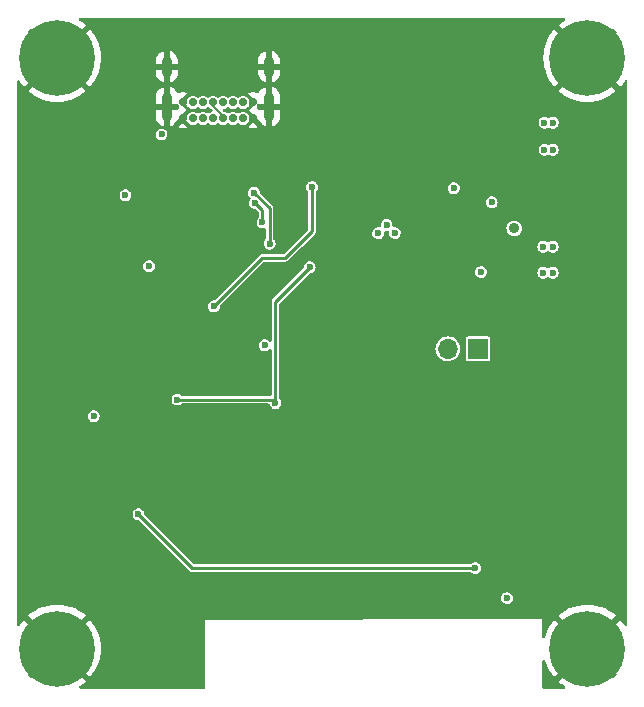
<source format=gbr>
%TF.GenerationSoftware,KiCad,Pcbnew,(6.0.2)*%
%TF.CreationDate,2022-05-29T19:06:36+02:00*%
%TF.ProjectId,PCB_ESP32_CAN,5043425f-4553-4503-9332-5f43414e2e6b,rev?*%
%TF.SameCoordinates,Original*%
%TF.FileFunction,Copper,L4,Bot*%
%TF.FilePolarity,Positive*%
%FSLAX46Y46*%
G04 Gerber Fmt 4.6, Leading zero omitted, Abs format (unit mm)*
G04 Created by KiCad (PCBNEW (6.0.2)) date 2022-05-29 19:06:36*
%MOMM*%
%LPD*%
G01*
G04 APERTURE LIST*
%TA.AperFunction,ComponentPad*%
%ADD10R,1.700000X1.700000*%
%TD*%
%TA.AperFunction,ComponentPad*%
%ADD11O,1.700000X1.700000*%
%TD*%
%TA.AperFunction,ComponentPad*%
%ADD12C,0.800000*%
%TD*%
%TA.AperFunction,ComponentPad*%
%ADD13C,6.400000*%
%TD*%
%TA.AperFunction,ComponentPad*%
%ADD14C,0.700000*%
%TD*%
%TA.AperFunction,ComponentPad*%
%ADD15O,0.900000X2.400000*%
%TD*%
%TA.AperFunction,ComponentPad*%
%ADD16O,0.900000X1.700000*%
%TD*%
%TA.AperFunction,ViaPad*%
%ADD17C,0.600000*%
%TD*%
%TA.AperFunction,ViaPad*%
%ADD18C,0.900000*%
%TD*%
%TA.AperFunction,Conductor*%
%ADD19C,0.250000*%
%TD*%
%TA.AperFunction,Conductor*%
%ADD20C,0.150000*%
%TD*%
G04 APERTURE END LIST*
D10*
%TO.P,120,1,1*%
%TO.N,Net-(JP1-Pad1)*%
X152540000Y-101700000D03*
D11*
%TO.P,120,2,2*%
%TO.N,/CANL*%
X150000000Y-101700000D03*
%TD*%
D12*
%TO.P,H2,1,1*%
%TO.N,GND*%
X116900000Y-129475000D03*
D13*
X116900000Y-127075000D03*
D12*
X118597056Y-128772056D03*
X116900000Y-124675000D03*
X118597056Y-125377944D03*
X115202944Y-128772056D03*
X115202944Y-125377944D03*
X114500000Y-127075000D03*
X119300000Y-127075000D03*
%TD*%
%TO.P,H4,1,1*%
%TO.N,GND*%
X163497056Y-125377944D03*
X160102944Y-125377944D03*
X164200000Y-127075000D03*
D13*
X161800000Y-127075000D03*
D12*
X159400000Y-127075000D03*
X160102944Y-128772056D03*
X161800000Y-124675000D03*
X161800000Y-129475000D03*
X163497056Y-128772056D03*
%TD*%
%TO.P,H1,1,1*%
%TO.N,GND*%
X119300000Y-77075000D03*
X114500000Y-77075000D03*
D13*
X116900000Y-77075000D03*
D12*
X116900000Y-79475000D03*
X115202944Y-75377944D03*
X115202944Y-78772056D03*
X118597056Y-78772056D03*
X116900000Y-74675000D03*
X118597056Y-75377944D03*
%TD*%
%TO.P,H3,1,1*%
%TO.N,GND*%
X164200000Y-77075000D03*
X161800000Y-79475000D03*
X163497056Y-75377944D03*
X160102944Y-78772056D03*
D13*
X161800000Y-77075000D03*
D12*
X159400000Y-77075000D03*
X160102944Y-75377944D03*
X161800000Y-74675000D03*
X163497056Y-78772056D03*
%TD*%
D14*
%TO.P,J1,A1,GND*%
%TO.N,GND*%
X133500000Y-82175000D03*
%TO.P,J1,A4,VBUS*%
%TO.N,+5V*%
X132650000Y-82175000D03*
%TO.P,J1,A5,CC1*%
%TO.N,Net-(J1-PadA5)*%
X131800000Y-82175000D03*
%TO.P,J1,A6,D+*%
%TO.N,/USB+*%
X130950000Y-82175000D03*
%TO.P,J1,A7,D-*%
%TO.N,/USB-*%
X130100000Y-82175000D03*
%TO.P,J1,A8,SBU1*%
%TO.N,unconnected-(J1-PadA8)*%
X129250000Y-82175000D03*
%TO.P,J1,A9,VBUS*%
%TO.N,+5V*%
X128400000Y-82175000D03*
%TO.P,J1,A12,GND*%
%TO.N,GND*%
X127550000Y-82175000D03*
%TO.P,J1,B1,GND*%
X127550000Y-80825000D03*
%TO.P,J1,B4,VBUS*%
%TO.N,+5V*%
X128400000Y-80825000D03*
%TO.P,J1,B5,CC2*%
%TO.N,Net-(J1-PadB5)*%
X129250000Y-80825000D03*
%TO.P,J1,B6,D+*%
%TO.N,/USB+*%
X130100000Y-80825000D03*
%TO.P,J1,B7,D-*%
%TO.N,/USB-*%
X130950000Y-80825000D03*
%TO.P,J1,B8,SBU2*%
%TO.N,unconnected-(J1-PadB8)*%
X131800000Y-80825000D03*
%TO.P,J1,B9,VBUS*%
%TO.N,+5V*%
X132650000Y-80825000D03*
%TO.P,J1,B12,GND*%
%TO.N,GND*%
X133500000Y-80825000D03*
D15*
%TO.P,J1,S1,SHIELD*%
X126200000Y-81195000D03*
D16*
X134850000Y-77815000D03*
X126200000Y-77815000D03*
D15*
X134850000Y-81195000D03*
%TD*%
D17*
%TO.N,GND*%
X138300000Y-80400000D03*
X122600000Y-80400000D03*
X121300000Y-85700000D03*
X121300000Y-91700000D03*
X121300000Y-93700000D03*
X121300000Y-95700000D03*
X121300000Y-97800000D03*
X121900000Y-100600000D03*
X115300000Y-108300000D03*
X118500000Y-108300000D03*
X154000000Y-122800000D03*
X152300000Y-123900000D03*
X150600000Y-122800000D03*
X137100000Y-122800000D03*
X133500000Y-122800000D03*
X149500000Y-103500000D03*
X150900000Y-105300000D03*
X157100000Y-115500000D03*
X157100000Y-122200000D03*
X162300000Y-100900000D03*
X146700000Y-100400000D03*
X129700000Y-89400000D03*
X131200000Y-89400000D03*
X131300000Y-88000000D03*
X129700000Y-88000000D03*
X133600000Y-86000000D03*
X163575000Y-98650001D03*
X130400000Y-96800000D03*
X143000000Y-113700000D03*
X143000000Y-116700000D03*
X121900000Y-119100000D03*
X162475000Y-86050001D03*
X134500000Y-100300000D03*
X163675000Y-89450001D03*
X118200000Y-120400000D03*
X163575000Y-97150001D03*
X127400000Y-86000000D03*
X146400000Y-116700000D03*
X163575000Y-100150001D03*
X144700000Y-115100000D03*
X115600000Y-120400000D03*
X139800000Y-99800000D03*
X163675000Y-86750001D03*
X144500000Y-86300000D03*
X146400000Y-113700000D03*
X163675000Y-88250001D03*
%TO.N,/EN*%
X130200000Y-98100000D03*
X123800000Y-115700000D03*
X152300000Y-120265000D03*
X138500000Y-88000000D03*
%TO.N,+3V3*%
X144100000Y-91900000D03*
X120000000Y-107400000D03*
X145500000Y-91900000D03*
X134500000Y-101400000D03*
X144800000Y-91200000D03*
D18*
X155600000Y-91500000D03*
D17*
X152800000Y-95200000D03*
X125750000Y-83550000D03*
X155000000Y-122800000D03*
%TO.N,+5V*%
X153700000Y-89300000D03*
X158875000Y-95250001D03*
X158875000Y-84850001D03*
X122700000Y-88700000D03*
X158175000Y-84850001D03*
X158175000Y-82550001D03*
X158075000Y-93050001D03*
X158875000Y-82550001D03*
X158075000Y-95250001D03*
X124700000Y-94700000D03*
X158875000Y-93050001D03*
X150500000Y-88100000D03*
%TO.N,/IO0*%
X127100000Y-106000000D03*
X135400000Y-106300000D03*
X138300000Y-94800000D03*
%TO.N,Net-(R8-Pad2)*%
X133669511Y-89349450D03*
X134300000Y-91000000D03*
%TO.N,/TX*%
X133600000Y-88500000D03*
X134900000Y-92800000D03*
%TD*%
D19*
%TO.N,/EN*%
X130200000Y-98100000D02*
X134300000Y-94000000D01*
X134300000Y-94000000D02*
X135700000Y-94000000D01*
X135700000Y-94000000D02*
X136200000Y-94000000D01*
X152300000Y-120265000D02*
X128365000Y-120265000D01*
X138500000Y-91700000D02*
X138500000Y-88000000D01*
X128365000Y-120265000D02*
X123800000Y-115700000D01*
X136200000Y-94000000D02*
X138500000Y-91700000D01*
D20*
%TO.N,/USB+*%
X130100000Y-81100000D02*
X130950000Y-81950000D01*
X130100000Y-80825000D02*
X130100000Y-81100000D01*
X130950000Y-81950000D02*
X130950000Y-82175000D01*
D19*
%TO.N,/IO0*%
X135400000Y-106300000D02*
X135400000Y-97700000D01*
X135400000Y-97700000D02*
X138300000Y-94800000D01*
X135100000Y-106000000D02*
X127100000Y-106000000D01*
X135400000Y-106300000D02*
X135100000Y-106000000D01*
%TO.N,Net-(R8-Pad2)*%
X134300000Y-91000000D02*
X134300000Y-89979939D01*
X134300000Y-89979939D02*
X133669511Y-89349450D01*
%TO.N,/TX*%
X134900000Y-89800000D02*
X134900000Y-91100000D01*
X134900000Y-91100000D02*
X134900000Y-92800000D01*
X133600000Y-88500000D02*
X134900000Y-89800000D01*
%TD*%
%TA.AperFunction,Conductor*%
%TO.N,GND*%
G36*
X159870114Y-73695002D02*
G01*
X159916607Y-73748658D01*
X159926711Y-73818932D01*
X159897217Y-73883512D01*
X159870617Y-73906673D01*
X159620265Y-74069253D01*
X159614939Y-74073123D01*
X159376165Y-74266478D01*
X159367700Y-74278733D01*
X159374034Y-74289824D01*
X164584310Y-79500100D01*
X164597386Y-79507241D01*
X164607753Y-79499784D01*
X164801877Y-79260061D01*
X164805747Y-79254735D01*
X164968327Y-79004383D01*
X165022204Y-78958146D01*
X165092525Y-78948376D01*
X165156965Y-78978176D01*
X165195064Y-79038084D01*
X165200000Y-79073007D01*
X165200000Y-125076993D01*
X165179998Y-125145114D01*
X165126342Y-125191607D01*
X165056068Y-125201711D01*
X164991488Y-125172217D01*
X164968327Y-125145617D01*
X164805747Y-124895265D01*
X164801877Y-124889939D01*
X164608522Y-124651165D01*
X164596267Y-124642700D01*
X164585176Y-124649034D01*
X159374900Y-129859310D01*
X159367759Y-129872386D01*
X159375216Y-129882753D01*
X159614935Y-130076874D01*
X159620267Y-130080748D01*
X159870617Y-130243327D01*
X159916854Y-130297204D01*
X159926624Y-130367525D01*
X159896824Y-130431965D01*
X159836915Y-130470064D01*
X159801993Y-130475000D01*
X158124765Y-130475000D01*
X158056644Y-130454998D01*
X158010151Y-130401342D01*
X157998767Y-130349618D01*
X157998360Y-130266488D01*
X157993307Y-129236005D01*
X157987896Y-128132321D01*
X158007563Y-128064103D01*
X158060990Y-128017347D01*
X158131214Y-128006899D01*
X158195939Y-128036075D01*
X158235601Y-128099092D01*
X158267788Y-128219216D01*
X158269829Y-128225498D01*
X158406740Y-128582164D01*
X158409422Y-128588189D01*
X158582872Y-128928603D01*
X158586169Y-128934313D01*
X158794253Y-129254735D01*
X158798123Y-129260061D01*
X158991478Y-129498835D01*
X159003733Y-129507300D01*
X159014824Y-129500966D01*
X161427978Y-127087812D01*
X161435592Y-127073868D01*
X161435461Y-127072035D01*
X161431210Y-127065420D01*
X159015690Y-124649900D01*
X159002614Y-124642759D01*
X158992247Y-124650216D01*
X158798123Y-124889939D01*
X158794253Y-124895265D01*
X158586169Y-125215687D01*
X158582872Y-125221397D01*
X158409422Y-125561811D01*
X158406740Y-125567836D01*
X158269829Y-125924502D01*
X158267789Y-125930780D01*
X158225424Y-126088886D01*
X158188472Y-126149508D01*
X158124611Y-126180530D01*
X158054117Y-126172101D01*
X157999370Y-126126898D01*
X157977719Y-126056892D01*
X157975322Y-125567836D01*
X157970993Y-124685000D01*
X157970420Y-124568116D01*
X157970420Y-124568115D01*
X157970331Y-124550000D01*
X155952408Y-124559534D01*
X129415781Y-124684914D01*
X129415780Y-124684914D01*
X129397666Y-124685000D01*
X129397793Y-124698686D01*
X129397793Y-124698688D01*
X129428573Y-128006899D01*
X129444933Y-129765246D01*
X129450353Y-130347828D01*
X129430985Y-130416132D01*
X129377764Y-130463122D01*
X129324358Y-130475000D01*
X118898007Y-130475000D01*
X118829886Y-130454998D01*
X118783393Y-130401342D01*
X118773289Y-130331068D01*
X118802783Y-130266488D01*
X118829383Y-130243327D01*
X119079733Y-130080748D01*
X119085065Y-130076874D01*
X119323835Y-129883522D01*
X119332300Y-129871267D01*
X119325966Y-129860176D01*
X116541922Y-127076132D01*
X117264408Y-127076132D01*
X117264539Y-127077965D01*
X117268790Y-127084580D01*
X119684310Y-129500100D01*
X119697386Y-129507241D01*
X119707753Y-129499784D01*
X119901877Y-129260061D01*
X119905747Y-129254735D01*
X120113831Y-128934313D01*
X120117128Y-128928603D01*
X120290578Y-128588189D01*
X120293260Y-128582164D01*
X120430171Y-128225498D01*
X120432212Y-128219216D01*
X120531094Y-127850184D01*
X120532465Y-127843734D01*
X120592234Y-127466371D01*
X120592920Y-127459833D01*
X120612916Y-127078301D01*
X120612916Y-127071699D01*
X120592920Y-126690167D01*
X120592234Y-126683629D01*
X120532465Y-126306266D01*
X120531094Y-126299816D01*
X120432212Y-125930784D01*
X120430171Y-125924502D01*
X120293260Y-125567836D01*
X120290578Y-125561811D01*
X120117128Y-125221397D01*
X120113831Y-125215687D01*
X119905747Y-124895265D01*
X119901877Y-124889939D01*
X119708522Y-124651165D01*
X119696267Y-124642700D01*
X119685176Y-124649034D01*
X117272022Y-127062188D01*
X117264408Y-127076132D01*
X116541922Y-127076132D01*
X114115690Y-124649900D01*
X114102614Y-124642759D01*
X114092247Y-124650216D01*
X113898123Y-124889939D01*
X113894253Y-124895265D01*
X113731673Y-125145617D01*
X113677796Y-125191854D01*
X113607475Y-125201624D01*
X113543035Y-125171824D01*
X113504936Y-125111916D01*
X113500000Y-125076993D01*
X113500000Y-124278733D01*
X114467700Y-124278733D01*
X114474034Y-124289824D01*
X116887188Y-126702978D01*
X116901132Y-126710592D01*
X116902965Y-126710461D01*
X116909580Y-126706210D01*
X119325100Y-124290690D01*
X119331630Y-124278733D01*
X159367700Y-124278733D01*
X159374034Y-124289824D01*
X161787188Y-126702978D01*
X161801132Y-126710592D01*
X161802965Y-126710461D01*
X161809580Y-126706210D01*
X164225100Y-124290690D01*
X164232241Y-124277614D01*
X164224784Y-124267247D01*
X163985065Y-124073126D01*
X163979728Y-124069249D01*
X163659315Y-123861170D01*
X163653606Y-123857873D01*
X163313189Y-123684422D01*
X163307164Y-123681740D01*
X162950498Y-123544829D01*
X162944216Y-123542788D01*
X162575184Y-123443906D01*
X162568734Y-123442535D01*
X162191371Y-123382766D01*
X162184833Y-123382080D01*
X161803301Y-123362084D01*
X161796699Y-123362084D01*
X161415167Y-123382080D01*
X161408629Y-123382766D01*
X161031266Y-123442535D01*
X161024816Y-123443906D01*
X160655784Y-123542788D01*
X160649502Y-123544829D01*
X160292836Y-123681740D01*
X160286811Y-123684422D01*
X159946397Y-123857872D01*
X159940687Y-123861169D01*
X159620265Y-124069253D01*
X159614939Y-124073123D01*
X159376165Y-124266478D01*
X159367700Y-124278733D01*
X119331630Y-124278733D01*
X119332241Y-124277614D01*
X119324784Y-124267247D01*
X119085065Y-124073126D01*
X119079728Y-124069249D01*
X118759315Y-123861170D01*
X118753606Y-123857873D01*
X118413189Y-123684422D01*
X118407164Y-123681740D01*
X118050498Y-123544829D01*
X118044216Y-123542788D01*
X117675184Y-123443906D01*
X117668734Y-123442535D01*
X117291371Y-123382766D01*
X117284833Y-123382080D01*
X116903301Y-123362084D01*
X116896699Y-123362084D01*
X116515167Y-123382080D01*
X116508629Y-123382766D01*
X116131266Y-123442535D01*
X116124816Y-123443906D01*
X115755784Y-123542788D01*
X115749502Y-123544829D01*
X115392836Y-123681740D01*
X115386811Y-123684422D01*
X115046397Y-123857872D01*
X115040687Y-123861169D01*
X114720265Y-124069253D01*
X114714939Y-124073123D01*
X114476165Y-124266478D01*
X114467700Y-124278733D01*
X113500000Y-124278733D01*
X113500000Y-122793823D01*
X154494391Y-122793823D01*
X154495555Y-122802725D01*
X154495555Y-122802728D01*
X154496814Y-122812354D01*
X154512980Y-122935979D01*
X154570720Y-123067203D01*
X154576497Y-123074076D01*
X154576498Y-123074077D01*
X154583792Y-123082754D01*
X154662970Y-123176948D01*
X154782313Y-123256390D01*
X154919157Y-123299142D01*
X154928129Y-123299306D01*
X154928132Y-123299307D01*
X154993463Y-123300504D01*
X155062499Y-123301770D01*
X155071533Y-123299307D01*
X155192158Y-123266421D01*
X155192160Y-123266420D01*
X155200817Y-123264060D01*
X155322991Y-123189045D01*
X155419200Y-123082754D01*
X155481710Y-122953733D01*
X155505496Y-122812354D01*
X155505647Y-122800000D01*
X155485323Y-122658082D01*
X155425984Y-122527572D01*
X155407598Y-122506234D01*
X155338260Y-122425763D01*
X155338257Y-122425760D01*
X155332400Y-122418963D01*
X155212095Y-122340985D01*
X155074739Y-122299907D01*
X155065763Y-122299852D01*
X155065762Y-122299852D01*
X155005555Y-122299484D01*
X154931376Y-122299031D01*
X154793529Y-122338428D01*
X154672280Y-122414930D01*
X154577377Y-122522388D01*
X154516447Y-122652163D01*
X154494391Y-122793823D01*
X113500000Y-122793823D01*
X113500000Y-115693823D01*
X123294391Y-115693823D01*
X123312980Y-115835979D01*
X123370720Y-115967203D01*
X123462970Y-116076948D01*
X123582313Y-116156390D01*
X123719157Y-116199142D01*
X123728129Y-116199307D01*
X123728132Y-116199307D01*
X123790218Y-116200445D01*
X123857961Y-116221693D01*
X123877003Y-116237329D01*
X128120889Y-120481215D01*
X128128316Y-120489319D01*
X128152545Y-120518194D01*
X128162094Y-120523707D01*
X128185185Y-120537039D01*
X128194456Y-120542945D01*
X128225316Y-120564554D01*
X128235966Y-120567408D01*
X128239134Y-120568885D01*
X128242410Y-120570077D01*
X128251955Y-120575588D01*
X128285699Y-120581538D01*
X128289058Y-120582130D01*
X128299785Y-120584508D01*
X128336193Y-120594264D01*
X128347178Y-120593303D01*
X128347180Y-120593303D01*
X128373728Y-120590980D01*
X128384710Y-120590500D01*
X151861036Y-120590500D01*
X151929157Y-120610502D01*
X151950409Y-120629198D01*
X151950503Y-120629093D01*
X151957190Y-120635072D01*
X151962970Y-120641948D01*
X152082313Y-120721390D01*
X152219157Y-120764142D01*
X152228129Y-120764306D01*
X152228132Y-120764307D01*
X152293463Y-120765504D01*
X152362499Y-120766770D01*
X152371533Y-120764307D01*
X152492158Y-120731421D01*
X152492160Y-120731420D01*
X152500817Y-120729060D01*
X152622991Y-120654045D01*
X152719200Y-120547754D01*
X152781710Y-120418733D01*
X152805496Y-120277354D01*
X152805647Y-120265000D01*
X152785323Y-120123082D01*
X152725984Y-119992572D01*
X152676140Y-119934725D01*
X152638260Y-119890763D01*
X152638257Y-119890760D01*
X152632400Y-119883963D01*
X152512095Y-119805985D01*
X152374739Y-119764907D01*
X152365763Y-119764852D01*
X152365762Y-119764852D01*
X152305555Y-119764484D01*
X152231376Y-119764031D01*
X152093529Y-119803428D01*
X151972280Y-119879930D01*
X151957287Y-119896907D01*
X151897203Y-119934725D01*
X151862845Y-119939500D01*
X128552016Y-119939500D01*
X128483895Y-119919498D01*
X128462921Y-119902595D01*
X124341956Y-115781630D01*
X124307930Y-115719318D01*
X124305612Y-115702825D01*
X124305647Y-115700000D01*
X124304956Y-115695172D01*
X124286596Y-115566968D01*
X124286595Y-115566965D01*
X124285323Y-115558082D01*
X124225984Y-115427572D01*
X124207598Y-115406234D01*
X124138260Y-115325763D01*
X124138257Y-115325760D01*
X124132400Y-115318963D01*
X124012095Y-115240985D01*
X123874739Y-115199907D01*
X123865763Y-115199852D01*
X123865762Y-115199852D01*
X123805555Y-115199484D01*
X123731376Y-115199031D01*
X123593529Y-115238428D01*
X123472280Y-115314930D01*
X123377377Y-115422388D01*
X123316447Y-115552163D01*
X123294391Y-115693823D01*
X113500000Y-115693823D01*
X113500000Y-107393823D01*
X119494391Y-107393823D01*
X119495555Y-107402725D01*
X119495555Y-107402728D01*
X119496814Y-107412354D01*
X119512980Y-107535979D01*
X119570720Y-107667203D01*
X119576497Y-107674076D01*
X119576498Y-107674077D01*
X119583792Y-107682754D01*
X119662970Y-107776948D01*
X119782313Y-107856390D01*
X119919157Y-107899142D01*
X119928129Y-107899306D01*
X119928132Y-107899307D01*
X119993463Y-107900504D01*
X120062499Y-107901770D01*
X120071533Y-107899307D01*
X120192158Y-107866421D01*
X120192160Y-107866420D01*
X120200817Y-107864060D01*
X120322991Y-107789045D01*
X120419200Y-107682754D01*
X120481710Y-107553733D01*
X120505496Y-107412354D01*
X120505647Y-107400000D01*
X120485323Y-107258082D01*
X120425984Y-107127572D01*
X120407598Y-107106234D01*
X120338260Y-107025763D01*
X120338257Y-107025760D01*
X120332400Y-107018963D01*
X120212095Y-106940985D01*
X120074739Y-106899907D01*
X120065763Y-106899852D01*
X120065762Y-106899852D01*
X120005555Y-106899484D01*
X119931376Y-106899031D01*
X119793529Y-106938428D01*
X119672280Y-107014930D01*
X119577377Y-107122388D01*
X119516447Y-107252163D01*
X119494391Y-107393823D01*
X113500000Y-107393823D01*
X113500000Y-105993823D01*
X126594391Y-105993823D01*
X126595555Y-106002725D01*
X126595555Y-106002728D01*
X126598804Y-106027572D01*
X126612980Y-106135979D01*
X126670720Y-106267203D01*
X126676497Y-106274076D01*
X126676498Y-106274077D01*
X126757190Y-106370072D01*
X126762970Y-106376948D01*
X126882313Y-106456390D01*
X126890888Y-106459069D01*
X126906864Y-106464060D01*
X127019157Y-106499142D01*
X127028129Y-106499306D01*
X127028132Y-106499307D01*
X127093463Y-106500504D01*
X127162499Y-106501770D01*
X127171533Y-106499307D01*
X127292158Y-106466421D01*
X127292160Y-106466420D01*
X127300817Y-106464060D01*
X127375128Y-106418433D01*
X127415343Y-106393741D01*
X127415344Y-106393741D01*
X127422991Y-106389045D01*
X127440165Y-106370072D01*
X127442995Y-106366945D01*
X127503538Y-106329863D01*
X127536410Y-106325500D01*
X134787937Y-106325500D01*
X134856058Y-106345502D01*
X134902551Y-106399158D01*
X134908177Y-106418775D01*
X134909402Y-106418433D01*
X134911816Y-106427079D01*
X134912980Y-106435979D01*
X134970720Y-106567203D01*
X134976497Y-106574076D01*
X134976498Y-106574077D01*
X134983792Y-106582754D01*
X135062970Y-106676948D01*
X135182313Y-106756390D01*
X135319157Y-106799142D01*
X135328129Y-106799306D01*
X135328132Y-106799307D01*
X135393463Y-106800504D01*
X135462499Y-106801770D01*
X135471533Y-106799307D01*
X135592158Y-106766421D01*
X135592160Y-106766420D01*
X135600817Y-106764060D01*
X135722991Y-106689045D01*
X135819200Y-106582754D01*
X135881710Y-106453733D01*
X135905496Y-106312354D01*
X135905647Y-106300000D01*
X135885323Y-106158082D01*
X135875274Y-106135979D01*
X135829700Y-106035746D01*
X135825984Y-106027572D01*
X135756047Y-105946406D01*
X135726733Y-105881745D01*
X135725500Y-105864159D01*
X135725500Y-101685262D01*
X148944520Y-101685262D01*
X148945036Y-101691406D01*
X148959733Y-101866421D01*
X148961759Y-101890553D01*
X149018544Y-102088586D01*
X149021359Y-102094063D01*
X149021360Y-102094066D01*
X149042247Y-102134707D01*
X149112712Y-102271818D01*
X149240677Y-102433270D01*
X149397564Y-102566791D01*
X149577398Y-102667297D01*
X149661280Y-102694552D01*
X149767471Y-102729056D01*
X149767475Y-102729057D01*
X149773329Y-102730959D01*
X149977894Y-102755351D01*
X149984029Y-102754879D01*
X149984031Y-102754879D01*
X150056625Y-102749293D01*
X150183300Y-102739546D01*
X150189230Y-102737890D01*
X150189232Y-102737890D01*
X150375797Y-102685800D01*
X150375796Y-102685800D01*
X150381725Y-102684145D01*
X150387214Y-102681372D01*
X150387220Y-102681370D01*
X150560116Y-102594033D01*
X150565610Y-102591258D01*
X150593142Y-102569748D01*
X151489500Y-102569748D01*
X151490707Y-102575816D01*
X151494331Y-102594033D01*
X151501133Y-102628231D01*
X151545448Y-102694552D01*
X151611769Y-102738867D01*
X151623938Y-102741288D01*
X151623939Y-102741288D01*
X151664184Y-102749293D01*
X151670252Y-102750500D01*
X153409748Y-102750500D01*
X153415816Y-102749293D01*
X153456061Y-102741288D01*
X153456062Y-102741288D01*
X153468231Y-102738867D01*
X153534552Y-102694552D01*
X153578867Y-102628231D01*
X153585670Y-102594033D01*
X153589293Y-102575816D01*
X153590500Y-102569748D01*
X153590500Y-100830252D01*
X153578867Y-100771769D01*
X153534552Y-100705448D01*
X153468231Y-100661133D01*
X153456062Y-100658712D01*
X153456061Y-100658712D01*
X153415816Y-100650707D01*
X153409748Y-100649500D01*
X151670252Y-100649500D01*
X151664184Y-100650707D01*
X151623939Y-100658712D01*
X151623938Y-100658712D01*
X151611769Y-100661133D01*
X151545448Y-100705448D01*
X151501133Y-100771769D01*
X151489500Y-100830252D01*
X151489500Y-102569748D01*
X150593142Y-102569748D01*
X150727951Y-102464424D01*
X150862564Y-102308472D01*
X150883387Y-102271818D01*
X150961276Y-102134707D01*
X150964323Y-102129344D01*
X151029351Y-101933863D01*
X151055171Y-101729474D01*
X151055583Y-101700000D01*
X151035480Y-101494970D01*
X150975935Y-101297749D01*
X150879218Y-101115849D01*
X150793004Y-101010140D01*
X150752906Y-100960975D01*
X150752903Y-100960972D01*
X150749011Y-100956200D01*
X150742173Y-100950543D01*
X150595025Y-100828811D01*
X150595021Y-100828809D01*
X150590275Y-100824882D01*
X150409055Y-100726897D01*
X150212254Y-100665977D01*
X150206129Y-100665333D01*
X150206128Y-100665333D01*
X150013498Y-100645087D01*
X150013496Y-100645087D01*
X150007369Y-100644443D01*
X149920529Y-100652346D01*
X149808342Y-100662555D01*
X149808339Y-100662556D01*
X149802203Y-100663114D01*
X149604572Y-100721280D01*
X149422002Y-100816726D01*
X149417201Y-100820586D01*
X149417198Y-100820588D01*
X149267454Y-100940985D01*
X149261447Y-100945815D01*
X149129024Y-101103630D01*
X149126056Y-101109028D01*
X149126053Y-101109033D01*
X149042490Y-101261035D01*
X149029776Y-101284162D01*
X148967484Y-101480532D01*
X148966798Y-101486649D01*
X148966797Y-101486653D01*
X148959273Y-101553733D01*
X148944520Y-101685262D01*
X135725500Y-101685262D01*
X135725500Y-97887016D01*
X135745502Y-97818895D01*
X135762405Y-97797921D01*
X138222563Y-95337764D01*
X138284875Y-95303738D01*
X138313964Y-95300880D01*
X138362499Y-95301770D01*
X138419691Y-95286178D01*
X138492158Y-95266421D01*
X138492160Y-95266420D01*
X138500817Y-95264060D01*
X138615209Y-95193823D01*
X152294391Y-95193823D01*
X152295555Y-95202725D01*
X152295555Y-95202728D01*
X152296814Y-95212354D01*
X152312980Y-95335979D01*
X152370720Y-95467203D01*
X152376497Y-95474076D01*
X152376498Y-95474077D01*
X152457190Y-95570072D01*
X152462970Y-95576948D01*
X152470447Y-95581925D01*
X152545562Y-95631926D01*
X152582313Y-95656390D01*
X152719157Y-95699142D01*
X152728129Y-95699306D01*
X152728132Y-95699307D01*
X152793463Y-95700504D01*
X152862499Y-95701770D01*
X152871533Y-95699307D01*
X152992158Y-95666421D01*
X152992160Y-95666420D01*
X153000817Y-95664060D01*
X153122991Y-95589045D01*
X153219200Y-95482754D01*
X153262104Y-95394200D01*
X153277795Y-95361814D01*
X153277795Y-95361813D01*
X153281710Y-95353733D01*
X153300201Y-95243824D01*
X157569391Y-95243824D01*
X157570555Y-95252726D01*
X157570555Y-95252729D01*
X157571423Y-95259364D01*
X157587980Y-95385980D01*
X157645720Y-95517204D01*
X157651497Y-95524077D01*
X157651498Y-95524078D01*
X157700515Y-95582391D01*
X157737970Y-95626949D01*
X157782198Y-95656390D01*
X157846823Y-95699408D01*
X157857313Y-95706391D01*
X157994157Y-95749143D01*
X158003129Y-95749307D01*
X158003132Y-95749308D01*
X158068463Y-95750505D01*
X158137499Y-95751771D01*
X158146533Y-95749308D01*
X158267158Y-95716422D01*
X158267160Y-95716421D01*
X158275817Y-95714061D01*
X158397991Y-95639046D01*
X158398716Y-95638245D01*
X158460256Y-95611695D01*
X158530302Y-95623279D01*
X158545370Y-95631875D01*
X158582198Y-95656390D01*
X158646823Y-95699408D01*
X158657313Y-95706391D01*
X158794157Y-95749143D01*
X158803129Y-95749307D01*
X158803132Y-95749308D01*
X158868463Y-95750505D01*
X158937499Y-95751771D01*
X158946533Y-95749308D01*
X159067158Y-95716422D01*
X159067160Y-95716421D01*
X159075817Y-95714061D01*
X159197991Y-95639046D01*
X159212263Y-95623279D01*
X159288178Y-95539408D01*
X159294200Y-95532755D01*
X159356710Y-95403734D01*
X159380496Y-95262355D01*
X159380647Y-95250001D01*
X159368678Y-95166421D01*
X159361596Y-95116969D01*
X159361595Y-95116966D01*
X159360323Y-95108083D01*
X159300984Y-94977573D01*
X159272815Y-94944881D01*
X159213260Y-94875764D01*
X159213257Y-94875761D01*
X159207400Y-94868964D01*
X159087095Y-94790986D01*
X158949739Y-94749908D01*
X158940763Y-94749853D01*
X158940762Y-94749853D01*
X158880555Y-94749485D01*
X158806376Y-94749032D01*
X158668529Y-94788429D01*
X158547280Y-94864931D01*
X158546227Y-94863261D01*
X158491845Y-94887515D01*
X158421664Y-94876787D01*
X158406499Y-94868380D01*
X158287095Y-94790986D01*
X158149739Y-94749908D01*
X158140763Y-94749853D01*
X158140762Y-94749853D01*
X158080555Y-94749485D01*
X158006376Y-94749032D01*
X157868529Y-94788429D01*
X157747280Y-94864931D01*
X157741338Y-94871659D01*
X157741337Y-94871660D01*
X157727335Y-94887515D01*
X157652377Y-94972389D01*
X157591447Y-95102164D01*
X157590066Y-95111036D01*
X157574291Y-95212354D01*
X157569391Y-95243824D01*
X153300201Y-95243824D01*
X153305496Y-95212354D01*
X153305647Y-95200000D01*
X153289809Y-95089407D01*
X153286596Y-95066968D01*
X153286595Y-95066965D01*
X153285323Y-95058082D01*
X153225984Y-94927572D01*
X153207598Y-94906234D01*
X153138260Y-94825763D01*
X153138257Y-94825760D01*
X153132400Y-94818963D01*
X153012095Y-94740985D01*
X152874739Y-94699907D01*
X152865763Y-94699852D01*
X152865762Y-94699852D01*
X152805555Y-94699484D01*
X152731376Y-94699031D01*
X152593529Y-94738428D01*
X152472280Y-94814930D01*
X152377377Y-94922388D01*
X152316447Y-95052163D01*
X152309927Y-95094037D01*
X152296171Y-95182391D01*
X152294391Y-95193823D01*
X138615209Y-95193823D01*
X138622991Y-95189045D01*
X138657054Y-95151413D01*
X138713178Y-95089407D01*
X138719200Y-95082754D01*
X138766199Y-94985747D01*
X138777795Y-94961814D01*
X138777795Y-94961813D01*
X138781710Y-94953733D01*
X138805496Y-94812354D01*
X138805647Y-94800000D01*
X138797473Y-94742924D01*
X138786596Y-94666968D01*
X138786595Y-94666965D01*
X138785323Y-94658082D01*
X138725984Y-94527572D01*
X138707598Y-94506234D01*
X138638260Y-94425763D01*
X138638257Y-94425760D01*
X138632400Y-94418963D01*
X138512095Y-94340985D01*
X138374739Y-94299907D01*
X138365763Y-94299852D01*
X138365762Y-94299852D01*
X138305555Y-94299484D01*
X138231376Y-94299031D01*
X138093529Y-94338428D01*
X137972280Y-94414930D01*
X137877377Y-94522388D01*
X137816447Y-94652163D01*
X137815066Y-94661035D01*
X137800981Y-94751499D01*
X137794391Y-94793823D01*
X137794729Y-94796408D01*
X137774837Y-94861214D01*
X137758774Y-94880899D01*
X135183784Y-97455890D01*
X135175681Y-97463316D01*
X135146806Y-97487545D01*
X135141293Y-97497094D01*
X135127961Y-97520185D01*
X135122055Y-97529456D01*
X135100446Y-97560316D01*
X135097592Y-97570966D01*
X135096115Y-97574134D01*
X135094923Y-97577410D01*
X135089412Y-97586955D01*
X135087166Y-97599695D01*
X135082870Y-97624058D01*
X135080492Y-97634785D01*
X135070736Y-97671193D01*
X135071697Y-97682178D01*
X135071697Y-97682180D01*
X135074020Y-97708728D01*
X135074500Y-97719710D01*
X135074500Y-100960677D01*
X135054498Y-101028798D01*
X135000842Y-101075291D01*
X134930568Y-101085395D01*
X134865988Y-101055901D01*
X134853047Y-101042925D01*
X134838259Y-101025763D01*
X134832400Y-101018963D01*
X134712095Y-100940985D01*
X134574739Y-100899907D01*
X134565763Y-100899852D01*
X134565762Y-100899852D01*
X134505555Y-100899484D01*
X134431376Y-100899031D01*
X134293529Y-100938428D01*
X134172280Y-101014930D01*
X134077377Y-101122388D01*
X134016447Y-101252163D01*
X133994391Y-101393823D01*
X134012980Y-101535979D01*
X134070720Y-101667203D01*
X134076497Y-101674076D01*
X134076498Y-101674077D01*
X134101249Y-101703522D01*
X134162970Y-101776948D01*
X134282313Y-101856390D01*
X134419157Y-101899142D01*
X134428129Y-101899306D01*
X134428132Y-101899307D01*
X134493463Y-101900504D01*
X134562499Y-101901770D01*
X134571533Y-101899307D01*
X134692158Y-101866421D01*
X134692160Y-101866420D01*
X134700817Y-101864060D01*
X134822991Y-101789045D01*
X134829012Y-101782393D01*
X134829018Y-101782388D01*
X134855085Y-101753589D01*
X134915628Y-101716508D01*
X134986608Y-101718045D01*
X135045489Y-101757713D01*
X135073577Y-101822917D01*
X135074500Y-101838144D01*
X135074500Y-105548500D01*
X135054498Y-105616621D01*
X135000842Y-105663114D01*
X134948500Y-105674500D01*
X127538008Y-105674500D01*
X127469887Y-105654498D01*
X127442556Y-105630750D01*
X127432400Y-105618963D01*
X127312095Y-105540985D01*
X127174739Y-105499907D01*
X127165763Y-105499852D01*
X127165762Y-105499852D01*
X127105555Y-105499484D01*
X127031376Y-105499031D01*
X126893529Y-105538428D01*
X126772280Y-105614930D01*
X126677377Y-105722388D01*
X126616447Y-105852163D01*
X126611841Y-105881745D01*
X126601774Y-105946407D01*
X126594391Y-105993823D01*
X113500000Y-105993823D01*
X113500000Y-98093823D01*
X129694391Y-98093823D01*
X129695555Y-98102725D01*
X129695555Y-98102728D01*
X129696814Y-98112354D01*
X129712980Y-98235979D01*
X129770720Y-98367203D01*
X129776497Y-98374076D01*
X129776498Y-98374077D01*
X129783792Y-98382754D01*
X129862970Y-98476948D01*
X129982313Y-98556390D01*
X130119157Y-98599142D01*
X130128129Y-98599306D01*
X130128132Y-98599307D01*
X130193463Y-98600504D01*
X130262499Y-98601770D01*
X130271533Y-98599307D01*
X130392158Y-98566421D01*
X130392160Y-98566420D01*
X130400817Y-98564060D01*
X130522991Y-98489045D01*
X130619200Y-98382754D01*
X130681710Y-98253733D01*
X130705496Y-98112354D01*
X130705581Y-98105403D01*
X130705810Y-98104658D01*
X130705991Y-98102637D01*
X130706418Y-98102675D01*
X130726415Y-98037532D01*
X130742477Y-98017849D01*
X134397921Y-94362405D01*
X134460233Y-94328379D01*
X134487016Y-94325500D01*
X136180290Y-94325500D01*
X136191272Y-94325980D01*
X136217820Y-94328303D01*
X136217822Y-94328303D01*
X136228807Y-94329264D01*
X136265215Y-94319508D01*
X136275942Y-94317130D01*
X136279301Y-94316538D01*
X136313045Y-94310588D01*
X136322590Y-94305077D01*
X136325866Y-94303885D01*
X136329034Y-94302408D01*
X136339684Y-94299554D01*
X136370544Y-94277945D01*
X136379815Y-94272039D01*
X136402906Y-94258707D01*
X136412455Y-94253194D01*
X136436685Y-94224317D01*
X136444111Y-94216215D01*
X137616503Y-93043824D01*
X157569391Y-93043824D01*
X157570555Y-93052726D01*
X157570555Y-93052729D01*
X157578686Y-93114902D01*
X157587980Y-93185980D01*
X157591597Y-93194200D01*
X157637890Y-93299408D01*
X157645720Y-93317204D01*
X157651497Y-93324077D01*
X157651498Y-93324078D01*
X157725148Y-93411695D01*
X157737970Y-93426949D01*
X157857313Y-93506391D01*
X157994157Y-93549143D01*
X158003129Y-93549307D01*
X158003132Y-93549308D01*
X158068463Y-93550505D01*
X158137499Y-93551771D01*
X158146533Y-93549308D01*
X158267158Y-93516422D01*
X158267160Y-93516421D01*
X158275817Y-93514061D01*
X158397991Y-93439046D01*
X158398716Y-93438245D01*
X158460256Y-93411695D01*
X158530302Y-93423279D01*
X158545370Y-93431875D01*
X158657313Y-93506391D01*
X158794157Y-93549143D01*
X158803129Y-93549307D01*
X158803132Y-93549308D01*
X158868463Y-93550505D01*
X158937499Y-93551771D01*
X158946533Y-93549308D01*
X159067158Y-93516422D01*
X159067160Y-93516421D01*
X159075817Y-93514061D01*
X159197991Y-93439046D01*
X159212263Y-93423279D01*
X159288178Y-93339408D01*
X159294200Y-93332755D01*
X159356710Y-93203734D01*
X159380496Y-93062355D01*
X159380647Y-93050001D01*
X159360323Y-92908083D01*
X159300984Y-92777573D01*
X159214141Y-92676787D01*
X159213260Y-92675764D01*
X159213257Y-92675761D01*
X159207400Y-92668964D01*
X159087095Y-92590986D01*
X158949739Y-92549908D01*
X158940763Y-92549853D01*
X158940762Y-92549853D01*
X158880555Y-92549485D01*
X158806376Y-92549032D01*
X158668529Y-92588429D01*
X158547280Y-92664931D01*
X158546227Y-92663261D01*
X158491845Y-92687515D01*
X158421664Y-92676787D01*
X158406499Y-92668380D01*
X158287095Y-92590986D01*
X158149739Y-92549908D01*
X158140763Y-92549853D01*
X158140762Y-92549853D01*
X158080555Y-92549485D01*
X158006376Y-92549032D01*
X157868529Y-92588429D01*
X157747280Y-92664931D01*
X157652377Y-92772389D01*
X157591447Y-92902164D01*
X157569391Y-93043824D01*
X137616503Y-93043824D01*
X138716222Y-91944105D01*
X138724326Y-91936678D01*
X138744750Y-91919540D01*
X138753194Y-91912455D01*
X138758704Y-91902912D01*
X138758707Y-91902908D01*
X138763952Y-91893823D01*
X143594391Y-91893823D01*
X143595555Y-91902725D01*
X143595555Y-91902728D01*
X143600892Y-91943542D01*
X143612980Y-92035979D01*
X143670720Y-92167203D01*
X143676497Y-92174076D01*
X143676498Y-92174077D01*
X143683792Y-92182754D01*
X143762970Y-92276948D01*
X143882313Y-92356390D01*
X144019157Y-92399142D01*
X144028129Y-92399306D01*
X144028132Y-92399307D01*
X144093463Y-92400504D01*
X144162499Y-92401770D01*
X144171533Y-92399307D01*
X144292158Y-92366421D01*
X144292160Y-92366420D01*
X144300817Y-92364060D01*
X144422991Y-92289045D01*
X144519200Y-92182754D01*
X144581710Y-92053733D01*
X144605496Y-91912354D01*
X144605647Y-91900000D01*
X144597495Y-91843079D01*
X144607639Y-91772813D01*
X144654162Y-91719184D01*
X144724532Y-91699241D01*
X144794799Y-91700529D01*
X144862499Y-91701770D01*
X144865062Y-91701071D01*
X144931991Y-91711987D01*
X144984760Y-91759484D01*
X145003474Y-91827970D01*
X145001996Y-91844977D01*
X144997313Y-91875057D01*
X144994391Y-91893823D01*
X144995555Y-91902725D01*
X144995555Y-91902728D01*
X145000892Y-91943542D01*
X145012980Y-92035979D01*
X145070720Y-92167203D01*
X145076497Y-92174076D01*
X145076498Y-92174077D01*
X145083792Y-92182754D01*
X145162970Y-92276948D01*
X145282313Y-92356390D01*
X145419157Y-92399142D01*
X145428129Y-92399306D01*
X145428132Y-92399307D01*
X145493463Y-92400504D01*
X145562499Y-92401770D01*
X145571533Y-92399307D01*
X145692158Y-92366421D01*
X145692160Y-92366420D01*
X145700817Y-92364060D01*
X145822991Y-92289045D01*
X145919200Y-92182754D01*
X145981710Y-92053733D01*
X146005496Y-91912354D01*
X146005647Y-91900000D01*
X145987433Y-91772813D01*
X145986596Y-91766968D01*
X145986595Y-91766965D01*
X145985323Y-91758082D01*
X145925984Y-91627572D01*
X145896555Y-91593418D01*
X145838260Y-91525763D01*
X145838257Y-91525760D01*
X145832400Y-91518963D01*
X145792557Y-91493138D01*
X154944758Y-91493138D01*
X154962035Y-91649633D01*
X155016143Y-91797490D01*
X155020380Y-91803796D01*
X155020382Y-91803799D01*
X155060709Y-91863811D01*
X155103958Y-91928172D01*
X155220410Y-92034135D01*
X155240202Y-92044881D01*
X155352099Y-92105637D01*
X155352101Y-92105638D01*
X155358776Y-92109262D01*
X155366125Y-92111190D01*
X155503719Y-92147287D01*
X155503721Y-92147287D01*
X155511069Y-92149215D01*
X155594380Y-92150524D01*
X155660898Y-92151569D01*
X155660901Y-92151569D01*
X155668495Y-92151688D01*
X155821968Y-92116538D01*
X155962625Y-92045795D01*
X155988869Y-92023381D01*
X156076574Y-91948474D01*
X156076576Y-91948471D01*
X156082348Y-91943542D01*
X156174224Y-91815683D01*
X156232950Y-91669598D01*
X156253063Y-91528276D01*
X156254553Y-91517807D01*
X156254553Y-91517804D01*
X156255134Y-91513723D01*
X156255278Y-91500000D01*
X156236363Y-91343694D01*
X156210057Y-91274077D01*
X156183394Y-91203514D01*
X156183393Y-91203511D01*
X156180710Y-91196412D01*
X156091531Y-91066657D01*
X156019779Y-91002728D01*
X155979648Y-90966972D01*
X155979645Y-90966970D01*
X155973976Y-90961919D01*
X155834831Y-90888245D01*
X155818122Y-90884048D01*
X155689498Y-90851740D01*
X155689496Y-90851740D01*
X155682128Y-90849889D01*
X155674530Y-90849849D01*
X155674528Y-90849849D01*
X155607319Y-90849497D01*
X155524684Y-90849065D01*
X155517305Y-90850837D01*
X155517301Y-90850837D01*
X155378967Y-90884048D01*
X155378963Y-90884049D01*
X155371588Y-90885820D01*
X155231679Y-90958032D01*
X155225957Y-90963024D01*
X155225955Y-90963025D01*
X155118759Y-91056538D01*
X155118756Y-91056541D01*
X155113034Y-91061533D01*
X155022501Y-91190348D01*
X154965309Y-91337039D01*
X154964318Y-91344568D01*
X154957148Y-91399031D01*
X154944758Y-91493138D01*
X145792557Y-91493138D01*
X145712095Y-91440985D01*
X145574739Y-91399907D01*
X145565763Y-91399852D01*
X145565762Y-91399852D01*
X145505555Y-91399484D01*
X145431376Y-91399031D01*
X145431383Y-91397853D01*
X145369736Y-91388568D01*
X145316393Y-91341717D01*
X145296847Y-91273464D01*
X145298590Y-91253402D01*
X145304689Y-91217149D01*
X145305496Y-91212354D01*
X145305647Y-91200000D01*
X145287448Y-91072917D01*
X145286596Y-91066968D01*
X145286595Y-91066965D01*
X145285323Y-91058082D01*
X145225984Y-90927572D01*
X145195160Y-90891799D01*
X145138260Y-90825763D01*
X145138257Y-90825760D01*
X145132400Y-90818963D01*
X145012095Y-90740985D01*
X144874739Y-90699907D01*
X144865763Y-90699852D01*
X144865762Y-90699852D01*
X144805555Y-90699484D01*
X144731376Y-90699031D01*
X144593529Y-90738428D01*
X144472280Y-90814930D01*
X144377377Y-90922388D01*
X144316447Y-91052163D01*
X144314142Y-91066968D01*
X144304784Y-91127074D01*
X144294391Y-91193823D01*
X144295555Y-91202725D01*
X144295555Y-91202727D01*
X144302773Y-91257919D01*
X144291773Y-91328058D01*
X144244599Y-91381116D01*
X144176228Y-91400247D01*
X144175746Y-91400208D01*
X144174739Y-91399907D01*
X144171797Y-91399889D01*
X144155035Y-91399787D01*
X144031376Y-91399031D01*
X143893529Y-91438428D01*
X143772280Y-91514930D01*
X143677377Y-91622388D01*
X143616447Y-91752163D01*
X143615066Y-91761035D01*
X143597313Y-91875057D01*
X143594391Y-91893823D01*
X138763952Y-91893823D01*
X138772036Y-91879821D01*
X138777941Y-91870551D01*
X138793232Y-91848713D01*
X138799554Y-91839684D01*
X138802407Y-91829036D01*
X138803886Y-91825865D01*
X138805078Y-91822589D01*
X138810588Y-91813045D01*
X138817134Y-91775924D01*
X138819508Y-91765217D01*
X138829263Y-91728807D01*
X138827792Y-91711987D01*
X138825979Y-91691269D01*
X138825500Y-91680288D01*
X138825500Y-89293823D01*
X153194391Y-89293823D01*
X153195555Y-89302725D01*
X153195555Y-89302728D01*
X153196814Y-89312354D01*
X153212980Y-89435979D01*
X153270720Y-89567203D01*
X153276497Y-89574076D01*
X153276498Y-89574077D01*
X153281863Y-89580459D01*
X153362970Y-89676948D01*
X153370447Y-89681925D01*
X153441880Y-89729475D01*
X153482313Y-89756390D01*
X153619157Y-89799142D01*
X153628129Y-89799306D01*
X153628132Y-89799307D01*
X153693463Y-89800504D01*
X153762499Y-89801770D01*
X153771533Y-89799307D01*
X153892158Y-89766421D01*
X153892160Y-89766420D01*
X153900817Y-89764060D01*
X154022991Y-89689045D01*
X154036281Y-89674363D01*
X154113178Y-89589407D01*
X154119200Y-89582754D01*
X154162371Y-89493649D01*
X154177795Y-89461814D01*
X154177795Y-89461813D01*
X154181710Y-89453733D01*
X154205496Y-89312354D01*
X154205647Y-89300000D01*
X154191556Y-89201605D01*
X154186596Y-89166968D01*
X154186595Y-89166965D01*
X154185323Y-89158082D01*
X154125984Y-89027572D01*
X154079890Y-88974077D01*
X154038260Y-88925763D01*
X154038257Y-88925760D01*
X154032400Y-88918963D01*
X153912095Y-88840985D01*
X153774739Y-88799907D01*
X153765763Y-88799852D01*
X153765762Y-88799852D01*
X153705555Y-88799484D01*
X153631376Y-88799031D01*
X153493529Y-88838428D01*
X153372280Y-88914930D01*
X153277377Y-89022388D01*
X153216447Y-89152163D01*
X153194391Y-89293823D01*
X138825500Y-89293823D01*
X138825500Y-88434829D01*
X138845502Y-88366708D01*
X138858085Y-88350274D01*
X138913176Y-88289411D01*
X138913181Y-88289404D01*
X138919200Y-88282754D01*
X138981710Y-88153733D01*
X138991789Y-88093823D01*
X149994391Y-88093823D01*
X149995555Y-88102725D01*
X149995555Y-88102728D01*
X150002225Y-88153733D01*
X150012980Y-88235979D01*
X150070720Y-88367203D01*
X150076497Y-88374076D01*
X150076498Y-88374077D01*
X150083792Y-88382754D01*
X150162970Y-88476948D01*
X150282313Y-88556390D01*
X150419157Y-88599142D01*
X150428129Y-88599306D01*
X150428132Y-88599307D01*
X150493463Y-88600504D01*
X150562499Y-88601770D01*
X150571533Y-88599307D01*
X150692158Y-88566421D01*
X150692160Y-88566420D01*
X150700817Y-88564060D01*
X150822991Y-88489045D01*
X150872065Y-88434829D01*
X150913178Y-88389407D01*
X150919200Y-88382754D01*
X150964424Y-88289411D01*
X150977795Y-88261814D01*
X150977795Y-88261813D01*
X150981710Y-88253733D01*
X151005496Y-88112354D01*
X151005647Y-88100000D01*
X150997473Y-88042924D01*
X150986596Y-87966968D01*
X150986595Y-87966965D01*
X150985323Y-87958082D01*
X150925984Y-87827572D01*
X150907598Y-87806234D01*
X150838260Y-87725763D01*
X150838257Y-87725760D01*
X150832400Y-87718963D01*
X150712095Y-87640985D01*
X150574739Y-87599907D01*
X150565763Y-87599852D01*
X150565762Y-87599852D01*
X150505555Y-87599484D01*
X150431376Y-87599031D01*
X150293529Y-87638428D01*
X150172280Y-87714930D01*
X150077377Y-87822388D01*
X150016447Y-87952163D01*
X149994391Y-88093823D01*
X138991789Y-88093823D01*
X139005496Y-88012354D01*
X139005647Y-88000000D01*
X138985323Y-87858082D01*
X138975168Y-87835746D01*
X138929700Y-87735746D01*
X138925984Y-87727572D01*
X138853299Y-87643217D01*
X138838260Y-87625763D01*
X138838257Y-87625760D01*
X138832400Y-87618963D01*
X138712095Y-87540985D01*
X138574739Y-87499907D01*
X138565763Y-87499852D01*
X138565762Y-87499852D01*
X138505555Y-87499484D01*
X138431376Y-87499031D01*
X138293529Y-87538428D01*
X138172280Y-87614930D01*
X138166338Y-87621658D01*
X138166337Y-87621659D01*
X138151527Y-87638428D01*
X138077377Y-87722388D01*
X138016447Y-87852163D01*
X138015066Y-87861035D01*
X137999956Y-87958082D01*
X137994391Y-87993823D01*
X137995555Y-88002725D01*
X137995555Y-88002728D01*
X138000224Y-88038428D01*
X138012980Y-88135979D01*
X138016597Y-88144199D01*
X138050289Y-88220769D01*
X138070720Y-88267203D01*
X138076497Y-88274076D01*
X138076498Y-88274077D01*
X138144951Y-88355512D01*
X138173472Y-88420528D01*
X138174500Y-88436587D01*
X138174500Y-91512983D01*
X138154498Y-91581104D01*
X138137595Y-91602078D01*
X136102079Y-93637595D01*
X136039767Y-93671620D01*
X136012984Y-93674500D01*
X134319710Y-93674500D01*
X134308728Y-93674020D01*
X134282180Y-93671697D01*
X134282178Y-93671697D01*
X134271193Y-93670736D01*
X134234785Y-93680492D01*
X134224058Y-93682870D01*
X134220699Y-93683462D01*
X134186955Y-93689412D01*
X134177410Y-93694923D01*
X134174134Y-93696115D01*
X134170966Y-93697592D01*
X134160316Y-93700446D01*
X134151285Y-93706770D01*
X134129456Y-93722055D01*
X134120185Y-93727961D01*
X134097094Y-93741293D01*
X134087545Y-93746806D01*
X134080459Y-93755251D01*
X134063315Y-93775682D01*
X134055889Y-93783785D01*
X130277204Y-97562470D01*
X130214892Y-97596496D01*
X130187339Y-97599373D01*
X130161235Y-97599214D01*
X130131376Y-97599031D01*
X129993529Y-97638428D01*
X129872280Y-97714930D01*
X129777377Y-97822388D01*
X129716447Y-97952163D01*
X129715066Y-97961035D01*
X129699602Y-98060356D01*
X129694391Y-98093823D01*
X113500000Y-98093823D01*
X113500000Y-94693823D01*
X124194391Y-94693823D01*
X124195555Y-94702725D01*
X124195555Y-94702728D01*
X124201718Y-94749853D01*
X124212980Y-94835979D01*
X124216597Y-94844199D01*
X124250289Y-94920769D01*
X124270720Y-94967203D01*
X124276497Y-94974076D01*
X124276498Y-94974077D01*
X124349594Y-95061035D01*
X124362970Y-95076948D01*
X124482313Y-95156390D01*
X124619157Y-95199142D01*
X124628129Y-95199306D01*
X124628132Y-95199307D01*
X124693463Y-95200504D01*
X124762499Y-95201770D01*
X124771533Y-95199307D01*
X124892158Y-95166421D01*
X124892160Y-95166420D01*
X124900817Y-95164060D01*
X125022991Y-95089045D01*
X125119200Y-94982754D01*
X125168548Y-94880899D01*
X125177795Y-94861814D01*
X125177795Y-94861813D01*
X125181710Y-94853733D01*
X125205496Y-94712354D01*
X125205647Y-94700000D01*
X125185323Y-94558082D01*
X125175168Y-94535746D01*
X125129700Y-94435746D01*
X125125984Y-94427572D01*
X125107598Y-94406234D01*
X125038260Y-94325763D01*
X125038257Y-94325760D01*
X125032400Y-94318963D01*
X124912095Y-94240985D01*
X124774739Y-94199907D01*
X124765763Y-94199852D01*
X124765762Y-94199852D01*
X124705555Y-94199484D01*
X124631376Y-94199031D01*
X124493529Y-94238428D01*
X124372280Y-94314930D01*
X124366338Y-94321658D01*
X124366337Y-94321659D01*
X124351527Y-94338428D01*
X124277377Y-94422388D01*
X124216447Y-94552163D01*
X124215066Y-94561035D01*
X124199956Y-94658082D01*
X124194391Y-94693823D01*
X113500000Y-94693823D01*
X113500000Y-88693823D01*
X122194391Y-88693823D01*
X122195555Y-88702725D01*
X122195555Y-88702728D01*
X122196814Y-88712354D01*
X122212980Y-88835979D01*
X122216597Y-88844199D01*
X122261992Y-88947366D01*
X122270720Y-88967203D01*
X122276497Y-88974076D01*
X122276498Y-88974077D01*
X122283792Y-88982754D01*
X122362970Y-89076948D01*
X122482313Y-89156390D01*
X122619157Y-89199142D01*
X122628129Y-89199306D01*
X122628132Y-89199307D01*
X122693463Y-89200504D01*
X122762499Y-89201770D01*
X122771533Y-89199307D01*
X122892158Y-89166421D01*
X122892160Y-89166420D01*
X122900817Y-89164060D01*
X123022991Y-89089045D01*
X123119200Y-88982754D01*
X123170112Y-88877671D01*
X123177795Y-88861814D01*
X123177795Y-88861813D01*
X123181710Y-88853733D01*
X123205496Y-88712354D01*
X123205647Y-88700000D01*
X123191556Y-88601605D01*
X123186596Y-88566968D01*
X123186595Y-88566965D01*
X123185323Y-88558082D01*
X123156106Y-88493823D01*
X133094391Y-88493823D01*
X133095555Y-88502725D01*
X133095555Y-88502728D01*
X133102794Y-88558082D01*
X133112980Y-88635979D01*
X133170720Y-88767203D01*
X133176497Y-88774076D01*
X133176498Y-88774077D01*
X133257195Y-88870078D01*
X133257963Y-88870991D01*
X133262970Y-88876948D01*
X133262110Y-88877671D01*
X133295095Y-88930798D01*
X133293990Y-89001786D01*
X133268103Y-89047816D01*
X133246888Y-89071838D01*
X133185958Y-89201613D01*
X133184577Y-89210485D01*
X133170215Y-89302728D01*
X133163902Y-89343273D01*
X133182491Y-89485429D01*
X133240231Y-89616653D01*
X133246008Y-89623526D01*
X133246009Y-89623527D01*
X133326701Y-89719522D01*
X133332481Y-89726398D01*
X133339958Y-89731375D01*
X133442010Y-89799307D01*
X133451824Y-89805840D01*
X133588668Y-89848592D01*
X133597640Y-89848757D01*
X133597643Y-89848757D01*
X133659729Y-89849895D01*
X133727472Y-89871143D01*
X133746514Y-89886779D01*
X133937595Y-90077860D01*
X133971621Y-90140172D01*
X133974500Y-90166955D01*
X133974500Y-90564742D01*
X133954498Y-90632863D01*
X133942942Y-90648149D01*
X133877377Y-90722388D01*
X133816447Y-90852163D01*
X133815066Y-90861035D01*
X133798572Y-90966972D01*
X133794391Y-90993823D01*
X133795555Y-91002725D01*
X133795555Y-91002728D01*
X133802020Y-91052163D01*
X133812980Y-91135979D01*
X133870720Y-91267203D01*
X133876497Y-91274076D01*
X133876498Y-91274077D01*
X133929423Y-91337039D01*
X133962970Y-91376948D01*
X133997461Y-91399907D01*
X134066511Y-91445871D01*
X134082313Y-91456390D01*
X134219157Y-91499142D01*
X134228129Y-91499306D01*
X134228132Y-91499307D01*
X134293463Y-91500504D01*
X134362499Y-91501770D01*
X134372139Y-91499142D01*
X134415358Y-91487359D01*
X134486341Y-91488739D01*
X134545310Y-91528276D01*
X134573542Y-91593418D01*
X134574500Y-91608922D01*
X134574500Y-92364742D01*
X134554498Y-92432863D01*
X134542942Y-92448149D01*
X134477377Y-92522388D01*
X134416447Y-92652163D01*
X134394391Y-92793823D01*
X134395555Y-92802725D01*
X134395555Y-92802728D01*
X134396814Y-92812354D01*
X134412980Y-92935979D01*
X134470720Y-93067203D01*
X134476497Y-93074076D01*
X134476498Y-93074077D01*
X134483792Y-93082754D01*
X134562970Y-93176948D01*
X134682313Y-93256390D01*
X134819157Y-93299142D01*
X134828129Y-93299306D01*
X134828132Y-93299307D01*
X134893463Y-93300504D01*
X134962499Y-93301770D01*
X134971533Y-93299307D01*
X135092158Y-93266421D01*
X135092160Y-93266420D01*
X135100817Y-93264060D01*
X135222991Y-93189045D01*
X135319200Y-93082754D01*
X135381710Y-92953733D01*
X135405496Y-92812354D01*
X135405647Y-92800000D01*
X135388002Y-92676787D01*
X135386596Y-92666968D01*
X135386595Y-92666965D01*
X135385323Y-92658082D01*
X135325984Y-92527572D01*
X135256047Y-92446406D01*
X135226733Y-92381745D01*
X135225500Y-92364159D01*
X135225500Y-89819710D01*
X135225980Y-89808728D01*
X135228303Y-89782180D01*
X135228303Y-89782178D01*
X135229264Y-89771193D01*
X135219508Y-89734785D01*
X135217130Y-89724058D01*
X135216330Y-89719522D01*
X135210588Y-89686955D01*
X135205077Y-89677410D01*
X135203885Y-89674134D01*
X135202408Y-89670966D01*
X135199554Y-89660316D01*
X135177945Y-89629456D01*
X135172039Y-89620185D01*
X135158707Y-89597094D01*
X135153194Y-89587545D01*
X135124317Y-89563315D01*
X135116215Y-89555889D01*
X134141956Y-88581630D01*
X134107930Y-88519318D01*
X134105612Y-88502825D01*
X134105647Y-88500000D01*
X134104956Y-88495172D01*
X134086596Y-88366968D01*
X134086595Y-88366965D01*
X134085323Y-88358082D01*
X134025984Y-88227572D01*
X133962360Y-88153733D01*
X133938260Y-88125763D01*
X133938257Y-88125760D01*
X133932400Y-88118963D01*
X133812095Y-88040985D01*
X133674739Y-87999907D01*
X133665763Y-87999852D01*
X133665762Y-87999852D01*
X133605555Y-87999484D01*
X133531376Y-87999031D01*
X133393529Y-88038428D01*
X133272280Y-88114930D01*
X133177377Y-88222388D01*
X133116447Y-88352163D01*
X133113035Y-88374077D01*
X133096171Y-88482391D01*
X133094391Y-88493823D01*
X123156106Y-88493823D01*
X123125984Y-88427572D01*
X123087366Y-88382754D01*
X123038260Y-88325763D01*
X123038257Y-88325760D01*
X123032400Y-88318963D01*
X122912095Y-88240985D01*
X122774739Y-88199907D01*
X122765763Y-88199852D01*
X122765762Y-88199852D01*
X122705555Y-88199484D01*
X122631376Y-88199031D01*
X122493529Y-88238428D01*
X122372280Y-88314930D01*
X122277377Y-88422388D01*
X122216447Y-88552163D01*
X122209133Y-88599142D01*
X122204784Y-88627074D01*
X122194391Y-88693823D01*
X113500000Y-88693823D01*
X113500000Y-84843824D01*
X157669391Y-84843824D01*
X157670555Y-84852726D01*
X157670555Y-84852729D01*
X157671814Y-84862355D01*
X157687980Y-84985980D01*
X157745720Y-85117204D01*
X157751497Y-85124077D01*
X157751498Y-85124078D01*
X157758792Y-85132755D01*
X157837970Y-85226949D01*
X157957313Y-85306391D01*
X158094157Y-85349143D01*
X158103129Y-85349307D01*
X158103132Y-85349308D01*
X158168463Y-85350505D01*
X158237499Y-85351771D01*
X158246533Y-85349308D01*
X158367158Y-85316422D01*
X158367160Y-85316421D01*
X158375817Y-85314061D01*
X158383464Y-85309366D01*
X158383468Y-85309364D01*
X158459572Y-85262636D01*
X158528089Y-85244038D01*
X158595319Y-85265124D01*
X158657313Y-85306391D01*
X158794157Y-85349143D01*
X158803129Y-85349307D01*
X158803132Y-85349308D01*
X158868463Y-85350505D01*
X158937499Y-85351771D01*
X158946533Y-85349308D01*
X159067158Y-85316422D01*
X159067160Y-85316421D01*
X159075817Y-85314061D01*
X159197991Y-85239046D01*
X159294200Y-85132755D01*
X159356710Y-85003734D01*
X159380496Y-84862355D01*
X159380647Y-84850001D01*
X159360323Y-84708083D01*
X159300984Y-84577573D01*
X159282598Y-84556235D01*
X159213260Y-84475764D01*
X159213257Y-84475761D01*
X159207400Y-84468964D01*
X159087095Y-84390986D01*
X158949739Y-84349908D01*
X158940763Y-84349853D01*
X158940762Y-84349853D01*
X158880555Y-84349485D01*
X158806376Y-84349032D01*
X158668529Y-84388429D01*
X158660942Y-84393216D01*
X158660940Y-84393217D01*
X158656732Y-84395872D01*
X158592066Y-84436673D01*
X158523783Y-84456107D01*
X158456302Y-84435844D01*
X158387095Y-84390986D01*
X158249739Y-84349908D01*
X158240763Y-84349853D01*
X158240762Y-84349853D01*
X158180555Y-84349485D01*
X158106376Y-84349032D01*
X157968529Y-84388429D01*
X157847280Y-84464931D01*
X157752377Y-84572389D01*
X157691447Y-84702164D01*
X157669391Y-84843824D01*
X113500000Y-84843824D01*
X113500000Y-81990447D01*
X125242000Y-81990447D01*
X125242323Y-81996822D01*
X125256082Y-82132277D01*
X125258636Y-82144717D01*
X125313016Y-82318244D01*
X125318025Y-82329932D01*
X125406187Y-82488979D01*
X125413438Y-82499412D01*
X125531785Y-82637491D01*
X125540976Y-82646244D01*
X125684680Y-82757711D01*
X125695447Y-82764440D01*
X125788627Y-82810290D01*
X125840918Y-82858312D01*
X125858944Y-82926982D01*
X125836984Y-82994497D01*
X125782008Y-83039421D01*
X125732227Y-83049342D01*
X125681376Y-83049031D01*
X125543529Y-83088428D01*
X125422280Y-83164930D01*
X125327377Y-83272388D01*
X125266447Y-83402163D01*
X125244391Y-83543823D01*
X125245555Y-83552725D01*
X125245555Y-83552728D01*
X125246814Y-83562354D01*
X125262980Y-83685979D01*
X125320720Y-83817203D01*
X125326497Y-83824076D01*
X125326498Y-83824077D01*
X125333792Y-83832754D01*
X125412970Y-83926948D01*
X125532313Y-84006390D01*
X125669157Y-84049142D01*
X125678129Y-84049306D01*
X125678132Y-84049307D01*
X125743463Y-84050504D01*
X125812499Y-84051770D01*
X125821533Y-84049307D01*
X125942158Y-84016421D01*
X125942160Y-84016420D01*
X125950817Y-84014060D01*
X126072991Y-83939045D01*
X126169200Y-83832754D01*
X126231710Y-83703733D01*
X126255496Y-83562354D01*
X126255647Y-83550000D01*
X126235323Y-83408082D01*
X126175984Y-83277572D01*
X126157598Y-83256234D01*
X126088260Y-83175763D01*
X126088257Y-83175760D01*
X126082400Y-83168963D01*
X125962095Y-83090985D01*
X125953496Y-83088413D01*
X125900049Y-83041684D01*
X125880350Y-82973475D01*
X125891807Y-82935090D01*
X127154740Y-82935090D01*
X127158251Y-82939780D01*
X127277372Y-82992816D01*
X127289860Y-82996873D01*
X127453364Y-83031628D01*
X127466424Y-83033000D01*
X127633576Y-83033000D01*
X127646636Y-83031628D01*
X127810140Y-82996873D01*
X127822628Y-82992816D01*
X127934763Y-82942890D01*
X127943940Y-82935090D01*
X133104740Y-82935090D01*
X133108251Y-82939780D01*
X133227372Y-82992816D01*
X133239860Y-82996873D01*
X133403364Y-83031628D01*
X133416424Y-83033000D01*
X133583576Y-83033000D01*
X133596636Y-83031628D01*
X133760140Y-82996873D01*
X133772628Y-82992816D01*
X133884763Y-82942890D01*
X133895507Y-82933758D01*
X133893910Y-82928120D01*
X133512812Y-82547022D01*
X133498868Y-82539408D01*
X133497035Y-82539539D01*
X133490420Y-82543790D01*
X133111500Y-82922710D01*
X133104740Y-82935090D01*
X127943940Y-82935090D01*
X127945507Y-82933758D01*
X127943910Y-82928120D01*
X127562812Y-82547022D01*
X127548868Y-82539408D01*
X127547035Y-82539539D01*
X127540420Y-82543790D01*
X127161500Y-82922710D01*
X127154740Y-82935090D01*
X125891807Y-82935090D01*
X125900655Y-82905444D01*
X125934999Y-82870183D01*
X125941874Y-82865459D01*
X125946000Y-82855636D01*
X125946000Y-82854229D01*
X126454000Y-82854229D01*
X126457973Y-82867760D01*
X126464075Y-82868637D01*
X126616136Y-82812690D01*
X126627549Y-82807123D01*
X126782109Y-82711292D01*
X126788319Y-82706509D01*
X126795440Y-82694292D01*
X126794816Y-82679947D01*
X126782065Y-82634172D01*
X126803014Y-82566336D01*
X126818958Y-82546832D01*
X127190790Y-82175000D01*
X127844750Y-82175000D01*
X127863670Y-82318709D01*
X127919139Y-82452625D01*
X128007379Y-82567621D01*
X128122375Y-82655861D01*
X128256291Y-82711330D01*
X128400000Y-82730250D01*
X128543709Y-82711330D01*
X128677625Y-82655861D01*
X128748296Y-82601633D01*
X128814516Y-82576032D01*
X128884065Y-82590297D01*
X128901704Y-82601633D01*
X128972375Y-82655861D01*
X129106291Y-82711330D01*
X129250000Y-82730250D01*
X129393709Y-82711330D01*
X129527625Y-82655861D01*
X129598296Y-82601633D01*
X129664516Y-82576032D01*
X129734065Y-82590297D01*
X129751704Y-82601633D01*
X129822375Y-82655861D01*
X129956291Y-82711330D01*
X130100000Y-82730250D01*
X130243709Y-82711330D01*
X130377625Y-82655861D01*
X130448296Y-82601633D01*
X130514516Y-82576032D01*
X130584065Y-82590297D01*
X130601704Y-82601633D01*
X130672375Y-82655861D01*
X130806291Y-82711330D01*
X130950000Y-82730250D01*
X131093709Y-82711330D01*
X131227625Y-82655861D01*
X131298296Y-82601633D01*
X131364516Y-82576032D01*
X131434065Y-82590297D01*
X131451704Y-82601633D01*
X131522375Y-82655861D01*
X131656291Y-82711330D01*
X131800000Y-82730250D01*
X131943709Y-82711330D01*
X132077625Y-82655861D01*
X132148296Y-82601633D01*
X132214516Y-82576032D01*
X132284065Y-82590297D01*
X132301704Y-82601633D01*
X132372375Y-82655861D01*
X132506291Y-82711330D01*
X132650000Y-82730250D01*
X132793709Y-82711330D01*
X132927625Y-82655861D01*
X133042621Y-82567621D01*
X133130861Y-82452625D01*
X133186330Y-82318709D01*
X133205250Y-82175000D01*
X133186330Y-82031291D01*
X133130861Y-81897375D01*
X133042621Y-81782379D01*
X132927625Y-81694139D01*
X132793709Y-81638670D01*
X132689285Y-81624922D01*
X132649375Y-81607266D01*
X132610715Y-81624922D01*
X132506291Y-81638670D01*
X132372375Y-81694139D01*
X132306241Y-81744886D01*
X132301704Y-81748367D01*
X132235484Y-81773968D01*
X132165935Y-81759703D01*
X132148296Y-81748367D01*
X132143759Y-81744886D01*
X132077625Y-81694139D01*
X131943709Y-81638670D01*
X131839285Y-81624922D01*
X131799375Y-81607266D01*
X131760715Y-81624922D01*
X131656291Y-81638670D01*
X131522375Y-81694139D01*
X131456241Y-81744886D01*
X131451704Y-81748367D01*
X131385484Y-81773968D01*
X131315935Y-81759703D01*
X131298296Y-81748367D01*
X131293759Y-81744886D01*
X131227625Y-81694139D01*
X131219996Y-81690979D01*
X131101339Y-81641830D01*
X131101336Y-81641829D01*
X131093709Y-81638670D01*
X131060773Y-81634334D01*
X130995845Y-81605612D01*
X130988123Y-81598507D01*
X130971489Y-81581873D01*
X130937463Y-81519561D01*
X130942528Y-81448746D01*
X130985075Y-81391910D01*
X131044137Y-81367856D01*
X131093709Y-81361330D01*
X131227625Y-81305861D01*
X131298296Y-81251633D01*
X131364516Y-81226032D01*
X131434065Y-81240297D01*
X131451704Y-81251633D01*
X131522375Y-81305861D01*
X131656291Y-81361330D01*
X131705860Y-81367856D01*
X131760715Y-81375078D01*
X131800625Y-81392734D01*
X131839285Y-81375078D01*
X131894140Y-81367856D01*
X131943709Y-81361330D01*
X132077625Y-81305861D01*
X132148296Y-81251633D01*
X132214516Y-81226032D01*
X132284065Y-81240297D01*
X132301704Y-81251633D01*
X132372375Y-81305861D01*
X132506291Y-81361330D01*
X132555860Y-81367856D01*
X132610715Y-81375078D01*
X132650625Y-81392734D01*
X132689285Y-81375078D01*
X132744140Y-81367856D01*
X132793709Y-81361330D01*
X132927625Y-81305861D01*
X133042621Y-81217621D01*
X133130861Y-81102625D01*
X133186330Y-80968709D01*
X133205250Y-80825000D01*
X133186330Y-80681291D01*
X133130861Y-80547375D01*
X133042621Y-80432379D01*
X132927625Y-80344139D01*
X132793709Y-80288670D01*
X132650000Y-80269750D01*
X132506291Y-80288670D01*
X132372375Y-80344139D01*
X132306241Y-80394886D01*
X132301704Y-80398367D01*
X132235484Y-80423968D01*
X132165935Y-80409703D01*
X132148296Y-80398367D01*
X132143759Y-80394886D01*
X132077625Y-80344139D01*
X131943709Y-80288670D01*
X131800000Y-80269750D01*
X131656291Y-80288670D01*
X131522375Y-80344139D01*
X131456241Y-80394886D01*
X131451704Y-80398367D01*
X131385484Y-80423968D01*
X131315935Y-80409703D01*
X131298296Y-80398367D01*
X131293759Y-80394886D01*
X131227625Y-80344139D01*
X131093709Y-80288670D01*
X130950000Y-80269750D01*
X130806291Y-80288670D01*
X130672375Y-80344139D01*
X130606241Y-80394886D01*
X130601704Y-80398367D01*
X130535484Y-80423968D01*
X130465935Y-80409703D01*
X130448296Y-80398367D01*
X130443759Y-80394886D01*
X130377625Y-80344139D01*
X130243709Y-80288670D01*
X130100000Y-80269750D01*
X129956291Y-80288670D01*
X129822375Y-80344139D01*
X129756241Y-80394886D01*
X129751704Y-80398367D01*
X129685484Y-80423968D01*
X129615935Y-80409703D01*
X129598296Y-80398367D01*
X129593759Y-80394886D01*
X129527625Y-80344139D01*
X129393709Y-80288670D01*
X129250000Y-80269750D01*
X129106291Y-80288670D01*
X128972375Y-80344139D01*
X128906241Y-80394886D01*
X128901704Y-80398367D01*
X128835484Y-80423968D01*
X128765935Y-80409703D01*
X128748296Y-80398367D01*
X128743759Y-80394886D01*
X128677625Y-80344139D01*
X128543709Y-80288670D01*
X128400000Y-80269750D01*
X128256291Y-80288670D01*
X128122375Y-80344139D01*
X128007379Y-80432379D01*
X127919139Y-80547375D01*
X127863670Y-80681291D01*
X127844750Y-80825000D01*
X127863670Y-80968709D01*
X127919139Y-81102625D01*
X128007379Y-81217621D01*
X128122375Y-81305861D01*
X128256291Y-81361330D01*
X128305860Y-81367856D01*
X128360715Y-81375078D01*
X128400625Y-81392734D01*
X128439285Y-81375078D01*
X128494140Y-81367856D01*
X128543709Y-81361330D01*
X128677625Y-81305861D01*
X128748296Y-81251633D01*
X128814516Y-81226032D01*
X128884065Y-81240297D01*
X128901704Y-81251633D01*
X128972375Y-81305861D01*
X129106291Y-81361330D01*
X129155860Y-81367856D01*
X129210715Y-81375078D01*
X129250625Y-81392734D01*
X129289285Y-81375078D01*
X129344140Y-81367856D01*
X129393709Y-81361330D01*
X129527625Y-81305861D01*
X129598296Y-81251633D01*
X129664516Y-81226032D01*
X129734065Y-81240297D01*
X129751704Y-81251633D01*
X129822375Y-81305861D01*
X129830004Y-81309021D01*
X129956291Y-81361330D01*
X129955313Y-81363691D01*
X129999709Y-81389325D01*
X130034328Y-81423944D01*
X130068354Y-81486256D01*
X130063289Y-81557071D01*
X130020742Y-81613907D01*
X129971999Y-81633755D01*
X129972455Y-81635455D01*
X129964480Y-81637592D01*
X129956291Y-81638670D01*
X129822375Y-81694139D01*
X129756241Y-81744886D01*
X129751704Y-81748367D01*
X129685484Y-81773968D01*
X129615935Y-81759703D01*
X129598296Y-81748367D01*
X129593759Y-81744886D01*
X129527625Y-81694139D01*
X129393709Y-81638670D01*
X129289285Y-81624922D01*
X129249375Y-81607266D01*
X129210715Y-81624922D01*
X129106291Y-81638670D01*
X128972375Y-81694139D01*
X128906241Y-81744886D01*
X128901704Y-81748367D01*
X128835484Y-81773968D01*
X128765935Y-81759703D01*
X128748296Y-81748367D01*
X128743759Y-81744886D01*
X128677625Y-81694139D01*
X128543709Y-81638670D01*
X128439285Y-81624922D01*
X128399375Y-81607266D01*
X128360715Y-81624922D01*
X128256291Y-81638670D01*
X128122375Y-81694139D01*
X128007379Y-81782379D01*
X127919139Y-81897375D01*
X127863670Y-82031291D01*
X127844750Y-82175000D01*
X127190790Y-82175000D01*
X127852978Y-81512812D01*
X127860592Y-81498868D01*
X127860461Y-81497035D01*
X127856210Y-81490420D01*
X127279885Y-80914095D01*
X127245859Y-80851783D01*
X127250924Y-80780968D01*
X127279885Y-80735905D01*
X127938500Y-80077290D01*
X127944533Y-80066242D01*
X133104493Y-80066242D01*
X133106090Y-80071880D01*
X133770115Y-80735905D01*
X133804141Y-80798217D01*
X133799076Y-80869032D01*
X133770115Y-80914095D01*
X133197022Y-81487188D01*
X133189408Y-81501132D01*
X133189539Y-81502965D01*
X133193790Y-81509580D01*
X134233173Y-82548963D01*
X134267199Y-82611275D01*
X134262134Y-82682090D01*
X134257243Y-82692800D01*
X134265535Y-82704077D01*
X134334680Y-82757711D01*
X134345440Y-82764435D01*
X134508625Y-82844732D01*
X134520519Y-82849155D01*
X134578470Y-82864251D01*
X134592564Y-82863817D01*
X134596000Y-82855636D01*
X134596000Y-82854229D01*
X135104000Y-82854229D01*
X135107973Y-82867760D01*
X135114075Y-82868637D01*
X135266136Y-82812690D01*
X135277549Y-82807123D01*
X135432108Y-82711292D01*
X135442174Y-82703540D01*
X135574303Y-82578592D01*
X135582605Y-82568974D01*
X135600215Y-82543824D01*
X157669391Y-82543824D01*
X157670555Y-82552726D01*
X157670555Y-82552729D01*
X157673937Y-82578592D01*
X157687980Y-82685980D01*
X157745720Y-82817204D01*
X157751497Y-82824077D01*
X157751498Y-82824078D01*
X157788954Y-82868637D01*
X157837970Y-82926949D01*
X157957313Y-83006391D01*
X158094157Y-83049143D01*
X158103129Y-83049307D01*
X158103132Y-83049308D01*
X158168463Y-83050505D01*
X158237499Y-83051771D01*
X158246163Y-83049409D01*
X158367158Y-83016422D01*
X158367160Y-83016421D01*
X158375817Y-83014061D01*
X158383464Y-83009366D01*
X158383468Y-83009364D01*
X158459572Y-82962636D01*
X158528089Y-82944038D01*
X158595319Y-82965124D01*
X158657313Y-83006391D01*
X158794157Y-83049143D01*
X158803129Y-83049307D01*
X158803132Y-83049308D01*
X158868463Y-83050505D01*
X158937499Y-83051771D01*
X158946163Y-83049409D01*
X159067158Y-83016422D01*
X159067160Y-83016421D01*
X159075817Y-83014061D01*
X159197991Y-82939046D01*
X159212778Y-82922710D01*
X159288178Y-82839408D01*
X159294200Y-82832755D01*
X159343863Y-82730250D01*
X159352795Y-82711815D01*
X159352795Y-82711814D01*
X159356710Y-82703734D01*
X159380496Y-82562355D01*
X159380647Y-82550001D01*
X159366702Y-82452625D01*
X159361596Y-82416969D01*
X159361595Y-82416966D01*
X159360323Y-82408083D01*
X159300984Y-82277573D01*
X159282598Y-82256235D01*
X159213260Y-82175764D01*
X159213257Y-82175761D01*
X159207400Y-82168964D01*
X159087095Y-82090986D01*
X158949739Y-82049908D01*
X158940763Y-82049853D01*
X158940762Y-82049853D01*
X158880555Y-82049485D01*
X158806376Y-82049032D01*
X158668529Y-82088429D01*
X158660942Y-82093216D01*
X158660940Y-82093217D01*
X158656732Y-82095872D01*
X158592066Y-82136673D01*
X158523783Y-82156107D01*
X158456302Y-82135844D01*
X158387095Y-82090986D01*
X158249739Y-82049908D01*
X158240763Y-82049853D01*
X158240762Y-82049853D01*
X158180555Y-82049485D01*
X158106376Y-82049032D01*
X157968529Y-82088429D01*
X157847280Y-82164931D01*
X157752377Y-82272389D01*
X157691447Y-82402164D01*
X157690066Y-82411036D01*
X157672256Y-82525424D01*
X157669391Y-82543824D01*
X135600215Y-82543824D01*
X135686908Y-82420013D01*
X135693108Y-82408919D01*
X135765332Y-82242020D01*
X135769171Y-82229917D01*
X135806675Y-82050400D01*
X135807915Y-82040848D01*
X135808000Y-82037616D01*
X135808000Y-81467115D01*
X135803525Y-81451876D01*
X135802135Y-81450671D01*
X135794452Y-81449000D01*
X135122115Y-81449000D01*
X135106876Y-81453475D01*
X135105671Y-81454865D01*
X135104000Y-81462548D01*
X135104000Y-82854229D01*
X134596000Y-82854229D01*
X134596000Y-81467115D01*
X134591525Y-81451876D01*
X134590135Y-81450671D01*
X134582452Y-81449000D01*
X133978000Y-81449000D01*
X133909879Y-81428998D01*
X133863386Y-81375342D01*
X133852000Y-81323000D01*
X133852000Y-81067000D01*
X133872002Y-80998879D01*
X133925658Y-80952386D01*
X133978000Y-80941000D01*
X134577885Y-80941000D01*
X134593124Y-80936525D01*
X134594329Y-80935135D01*
X134596000Y-80927452D01*
X134596000Y-80922885D01*
X135104000Y-80922885D01*
X135108475Y-80938124D01*
X135109865Y-80939329D01*
X135117548Y-80941000D01*
X135789885Y-80941000D01*
X135805124Y-80936525D01*
X135806329Y-80935135D01*
X135808000Y-80927452D01*
X135808000Y-80399553D01*
X135807677Y-80393178D01*
X135793918Y-80257723D01*
X135791364Y-80245283D01*
X135736984Y-80071756D01*
X135731975Y-80060068D01*
X135643813Y-79901021D01*
X135636562Y-79890588D01*
X135620961Y-79872386D01*
X159367759Y-79872386D01*
X159375216Y-79882753D01*
X159614935Y-80076874D01*
X159620272Y-80080751D01*
X159940685Y-80288830D01*
X159946394Y-80292127D01*
X160286811Y-80465578D01*
X160292836Y-80468260D01*
X160649502Y-80605171D01*
X160655784Y-80607212D01*
X161024816Y-80706094D01*
X161031266Y-80707465D01*
X161408629Y-80767234D01*
X161415167Y-80767920D01*
X161796699Y-80787916D01*
X161803301Y-80787916D01*
X162184833Y-80767920D01*
X162191371Y-80767234D01*
X162568734Y-80707465D01*
X162575184Y-80706094D01*
X162944216Y-80607212D01*
X162950498Y-80605171D01*
X163307164Y-80468260D01*
X163313189Y-80465578D01*
X163653606Y-80292127D01*
X163659315Y-80288830D01*
X163979728Y-80080751D01*
X163985065Y-80076874D01*
X164223835Y-79883522D01*
X164232300Y-79871267D01*
X164225966Y-79860176D01*
X161812812Y-77447022D01*
X161798868Y-77439408D01*
X161797035Y-77439539D01*
X161790420Y-77443790D01*
X159374900Y-79859310D01*
X159367759Y-79872386D01*
X135620961Y-79872386D01*
X135518215Y-79752509D01*
X135509024Y-79743756D01*
X135365320Y-79632289D01*
X135354560Y-79625565D01*
X135191375Y-79545268D01*
X135179481Y-79540845D01*
X135121530Y-79525749D01*
X135107436Y-79526183D01*
X135104000Y-79534364D01*
X135104000Y-80922885D01*
X134596000Y-80922885D01*
X134596000Y-79535771D01*
X134592027Y-79522240D01*
X134585925Y-79521363D01*
X134433864Y-79577310D01*
X134422451Y-79582877D01*
X134267892Y-79678708D01*
X134257826Y-79686460D01*
X134125697Y-79811408D01*
X134117395Y-79821026D01*
X134013087Y-79969994D01*
X134004659Y-79985073D01*
X133953964Y-80034777D01*
X133884444Y-80049182D01*
X133843426Y-80038705D01*
X133772633Y-80007186D01*
X133760137Y-80003126D01*
X133596636Y-79968372D01*
X133583576Y-79967000D01*
X133416424Y-79967000D01*
X133403364Y-79968372D01*
X133239860Y-80003127D01*
X133227372Y-80007184D01*
X133115237Y-80057110D01*
X133104493Y-80066242D01*
X127944533Y-80066242D01*
X127945260Y-80064910D01*
X127941749Y-80060220D01*
X127822628Y-80007184D01*
X127810140Y-80003127D01*
X127646636Y-79968372D01*
X127633576Y-79967000D01*
X127466424Y-79967000D01*
X127453364Y-79968372D01*
X127289863Y-80003126D01*
X127277371Y-80007185D01*
X127202617Y-80040468D01*
X127132250Y-80049902D01*
X127067953Y-80019796D01*
X127041166Y-79986447D01*
X126993813Y-79901021D01*
X126986562Y-79890588D01*
X126868215Y-79752509D01*
X126859024Y-79743756D01*
X126715320Y-79632289D01*
X126704560Y-79625565D01*
X126541375Y-79545268D01*
X126529481Y-79540845D01*
X126471530Y-79525749D01*
X126457436Y-79526183D01*
X126454000Y-79534364D01*
X126454000Y-80922885D01*
X126458475Y-80938124D01*
X126459865Y-80939329D01*
X126467548Y-80941000D01*
X127072000Y-80941000D01*
X127140121Y-80961002D01*
X127186614Y-81014658D01*
X127198000Y-81067000D01*
X127198000Y-81323000D01*
X127177998Y-81391121D01*
X127124342Y-81437614D01*
X127072000Y-81449000D01*
X126472115Y-81449000D01*
X126456876Y-81453475D01*
X126455671Y-81454865D01*
X126454000Y-81462548D01*
X126454000Y-82854229D01*
X125946000Y-82854229D01*
X125946000Y-81467115D01*
X125941525Y-81451876D01*
X125940135Y-81450671D01*
X125932452Y-81449000D01*
X125260115Y-81449000D01*
X125244876Y-81453475D01*
X125243671Y-81454865D01*
X125242000Y-81462548D01*
X125242000Y-81990447D01*
X113500000Y-81990447D01*
X113500000Y-80922885D01*
X125242000Y-80922885D01*
X125246475Y-80938124D01*
X125247865Y-80939329D01*
X125255548Y-80941000D01*
X125927885Y-80941000D01*
X125943124Y-80936525D01*
X125944329Y-80935135D01*
X125946000Y-80927452D01*
X125946000Y-79535771D01*
X125942027Y-79522240D01*
X125935925Y-79521363D01*
X125783864Y-79577310D01*
X125772451Y-79582877D01*
X125617892Y-79678708D01*
X125607826Y-79686460D01*
X125475697Y-79811408D01*
X125467395Y-79821026D01*
X125363092Y-79969987D01*
X125356892Y-79981081D01*
X125284668Y-80147980D01*
X125280829Y-80160083D01*
X125243325Y-80339600D01*
X125242085Y-80349152D01*
X125242000Y-80352384D01*
X125242000Y-80922885D01*
X113500000Y-80922885D01*
X113500000Y-79872386D01*
X114467759Y-79872386D01*
X114475216Y-79882753D01*
X114714935Y-80076874D01*
X114720272Y-80080751D01*
X115040685Y-80288830D01*
X115046394Y-80292127D01*
X115386811Y-80465578D01*
X115392836Y-80468260D01*
X115749502Y-80605171D01*
X115755784Y-80607212D01*
X116124816Y-80706094D01*
X116131266Y-80707465D01*
X116508629Y-80767234D01*
X116515167Y-80767920D01*
X116896699Y-80787916D01*
X116903301Y-80787916D01*
X117284833Y-80767920D01*
X117291371Y-80767234D01*
X117668734Y-80707465D01*
X117675184Y-80706094D01*
X118044216Y-80607212D01*
X118050498Y-80605171D01*
X118407164Y-80468260D01*
X118413189Y-80465578D01*
X118753606Y-80292127D01*
X118759315Y-80288830D01*
X119079728Y-80080751D01*
X119085065Y-80076874D01*
X119323835Y-79883522D01*
X119332300Y-79871267D01*
X119325966Y-79860176D01*
X116912812Y-77447022D01*
X116898868Y-77439408D01*
X116897035Y-77439539D01*
X116890420Y-77443790D01*
X114474900Y-79859310D01*
X114467759Y-79872386D01*
X113500000Y-79872386D01*
X113500000Y-79073007D01*
X113520002Y-79004886D01*
X113573658Y-78958393D01*
X113643932Y-78948289D01*
X113708512Y-78977783D01*
X113731673Y-79004383D01*
X113894253Y-79254735D01*
X113898123Y-79260061D01*
X114091478Y-79498835D01*
X114103733Y-79507300D01*
X114114824Y-79500966D01*
X116539658Y-77076132D01*
X117264408Y-77076132D01*
X117264539Y-77077965D01*
X117268790Y-77084580D01*
X119684310Y-79500100D01*
X119697386Y-79507241D01*
X119707753Y-79499784D01*
X119901877Y-79260061D01*
X119905747Y-79254735D01*
X120113831Y-78934313D01*
X120117128Y-78928603D01*
X120290578Y-78588189D01*
X120293260Y-78582164D01*
X120416755Y-78260447D01*
X125242000Y-78260447D01*
X125242323Y-78266822D01*
X125256082Y-78402277D01*
X125258636Y-78414717D01*
X125313016Y-78588244D01*
X125318025Y-78599932D01*
X125406187Y-78758979D01*
X125413438Y-78769412D01*
X125531785Y-78907491D01*
X125540976Y-78916244D01*
X125684680Y-79027711D01*
X125695440Y-79034435D01*
X125858625Y-79114732D01*
X125870519Y-79119155D01*
X125928470Y-79134251D01*
X125942564Y-79133817D01*
X125946000Y-79125636D01*
X125946000Y-79124229D01*
X126454000Y-79124229D01*
X126457973Y-79137760D01*
X126464075Y-79138637D01*
X126616136Y-79082690D01*
X126627549Y-79077123D01*
X126782108Y-78981292D01*
X126792174Y-78973540D01*
X126924303Y-78848592D01*
X126932605Y-78838974D01*
X127036908Y-78690013D01*
X127043108Y-78678919D01*
X127115332Y-78512020D01*
X127119171Y-78499917D01*
X127156675Y-78320400D01*
X127157915Y-78310848D01*
X127158000Y-78307616D01*
X127158000Y-78260447D01*
X133892000Y-78260447D01*
X133892323Y-78266822D01*
X133906082Y-78402277D01*
X133908636Y-78414717D01*
X133963016Y-78588244D01*
X133968025Y-78599932D01*
X134056187Y-78758979D01*
X134063438Y-78769412D01*
X134181785Y-78907491D01*
X134190976Y-78916244D01*
X134334680Y-79027711D01*
X134345440Y-79034435D01*
X134508625Y-79114732D01*
X134520519Y-79119155D01*
X134578470Y-79134251D01*
X134592564Y-79133817D01*
X134596000Y-79125636D01*
X134596000Y-79124229D01*
X135104000Y-79124229D01*
X135107973Y-79137760D01*
X135114075Y-79138637D01*
X135266136Y-79082690D01*
X135277549Y-79077123D01*
X135432108Y-78981292D01*
X135442174Y-78973540D01*
X135574303Y-78848592D01*
X135582605Y-78838974D01*
X135686908Y-78690013D01*
X135693108Y-78678919D01*
X135765332Y-78512020D01*
X135769171Y-78499917D01*
X135806675Y-78320400D01*
X135807915Y-78310848D01*
X135808000Y-78307616D01*
X135808000Y-78087115D01*
X135803525Y-78071876D01*
X135802135Y-78070671D01*
X135794452Y-78069000D01*
X135122115Y-78069000D01*
X135106876Y-78073475D01*
X135105671Y-78074865D01*
X135104000Y-78082548D01*
X135104000Y-79124229D01*
X134596000Y-79124229D01*
X134596000Y-78087115D01*
X134591525Y-78071876D01*
X134590135Y-78070671D01*
X134582452Y-78069000D01*
X133910115Y-78069000D01*
X133894876Y-78073475D01*
X133893671Y-78074865D01*
X133892000Y-78082548D01*
X133892000Y-78260447D01*
X127158000Y-78260447D01*
X127158000Y-78087115D01*
X127153525Y-78071876D01*
X127152135Y-78070671D01*
X127144452Y-78069000D01*
X126472115Y-78069000D01*
X126456876Y-78073475D01*
X126455671Y-78074865D01*
X126454000Y-78082548D01*
X126454000Y-79124229D01*
X125946000Y-79124229D01*
X125946000Y-78087115D01*
X125941525Y-78071876D01*
X125940135Y-78070671D01*
X125932452Y-78069000D01*
X125260115Y-78069000D01*
X125244876Y-78073475D01*
X125243671Y-78074865D01*
X125242000Y-78082548D01*
X125242000Y-78260447D01*
X120416755Y-78260447D01*
X120430171Y-78225498D01*
X120432212Y-78219216D01*
X120531094Y-77850184D01*
X120532465Y-77843734D01*
X120580115Y-77542885D01*
X125242000Y-77542885D01*
X125246475Y-77558124D01*
X125247865Y-77559329D01*
X125255548Y-77561000D01*
X125927885Y-77561000D01*
X125943124Y-77556525D01*
X125944329Y-77555135D01*
X125946000Y-77547452D01*
X125946000Y-77542885D01*
X126454000Y-77542885D01*
X126458475Y-77558124D01*
X126459865Y-77559329D01*
X126467548Y-77561000D01*
X127139885Y-77561000D01*
X127155124Y-77556525D01*
X127156329Y-77555135D01*
X127158000Y-77547452D01*
X127158000Y-77542885D01*
X133892000Y-77542885D01*
X133896475Y-77558124D01*
X133897865Y-77559329D01*
X133905548Y-77561000D01*
X134577885Y-77561000D01*
X134593124Y-77556525D01*
X134594329Y-77555135D01*
X134596000Y-77547452D01*
X134596000Y-77542885D01*
X135104000Y-77542885D01*
X135108475Y-77558124D01*
X135109865Y-77559329D01*
X135117548Y-77561000D01*
X135789885Y-77561000D01*
X135805124Y-77556525D01*
X135806329Y-77555135D01*
X135808000Y-77547452D01*
X135808000Y-77369553D01*
X135807677Y-77363178D01*
X135793918Y-77227723D01*
X135791364Y-77215283D01*
X135748436Y-77078301D01*
X158087084Y-77078301D01*
X158107080Y-77459833D01*
X158107766Y-77466371D01*
X158167535Y-77843734D01*
X158168906Y-77850184D01*
X158267788Y-78219216D01*
X158269829Y-78225498D01*
X158406740Y-78582164D01*
X158409422Y-78588189D01*
X158582872Y-78928603D01*
X158586169Y-78934313D01*
X158794253Y-79254735D01*
X158798123Y-79260061D01*
X158991478Y-79498835D01*
X159003733Y-79507300D01*
X159014824Y-79500966D01*
X161427978Y-77087812D01*
X161435592Y-77073868D01*
X161435461Y-77072035D01*
X161431210Y-77065420D01*
X159015690Y-74649900D01*
X159002614Y-74642759D01*
X158992247Y-74650216D01*
X158798123Y-74889939D01*
X158794253Y-74895265D01*
X158586169Y-75215687D01*
X158582872Y-75221397D01*
X158409422Y-75561811D01*
X158406740Y-75567836D01*
X158269829Y-75924502D01*
X158267788Y-75930784D01*
X158168906Y-76299816D01*
X158167535Y-76306266D01*
X158107766Y-76683629D01*
X158107080Y-76690167D01*
X158087084Y-77071699D01*
X158087084Y-77078301D01*
X135748436Y-77078301D01*
X135736984Y-77041756D01*
X135731975Y-77030068D01*
X135643813Y-76871021D01*
X135636562Y-76860588D01*
X135518215Y-76722509D01*
X135509024Y-76713756D01*
X135365320Y-76602289D01*
X135354560Y-76595565D01*
X135191375Y-76515268D01*
X135179481Y-76510845D01*
X135121530Y-76495749D01*
X135107436Y-76496183D01*
X135104000Y-76504364D01*
X135104000Y-77542885D01*
X134596000Y-77542885D01*
X134596000Y-76505771D01*
X134592027Y-76492240D01*
X134585925Y-76491363D01*
X134433864Y-76547310D01*
X134422451Y-76552877D01*
X134267892Y-76648708D01*
X134257826Y-76656460D01*
X134125697Y-76781408D01*
X134117395Y-76791026D01*
X134013092Y-76939987D01*
X134006892Y-76951081D01*
X133934668Y-77117980D01*
X133930829Y-77130083D01*
X133893325Y-77309600D01*
X133892085Y-77319152D01*
X133892000Y-77322384D01*
X133892000Y-77542885D01*
X127158000Y-77542885D01*
X127158000Y-77369553D01*
X127157677Y-77363178D01*
X127143918Y-77227723D01*
X127141364Y-77215283D01*
X127086984Y-77041756D01*
X127081975Y-77030068D01*
X126993813Y-76871021D01*
X126986562Y-76860588D01*
X126868215Y-76722509D01*
X126859024Y-76713756D01*
X126715320Y-76602289D01*
X126704560Y-76595565D01*
X126541375Y-76515268D01*
X126529481Y-76510845D01*
X126471530Y-76495749D01*
X126457436Y-76496183D01*
X126454000Y-76504364D01*
X126454000Y-77542885D01*
X125946000Y-77542885D01*
X125946000Y-76505771D01*
X125942027Y-76492240D01*
X125935925Y-76491363D01*
X125783864Y-76547310D01*
X125772451Y-76552877D01*
X125617892Y-76648708D01*
X125607826Y-76656460D01*
X125475697Y-76781408D01*
X125467395Y-76791026D01*
X125363092Y-76939987D01*
X125356892Y-76951081D01*
X125284668Y-77117980D01*
X125280829Y-77130083D01*
X125243325Y-77309600D01*
X125242085Y-77319152D01*
X125242000Y-77322384D01*
X125242000Y-77542885D01*
X120580115Y-77542885D01*
X120592234Y-77466371D01*
X120592920Y-77459833D01*
X120612916Y-77078301D01*
X120612916Y-77071699D01*
X120592920Y-76690167D01*
X120592234Y-76683629D01*
X120532465Y-76306266D01*
X120531094Y-76299816D01*
X120432212Y-75930784D01*
X120430171Y-75924502D01*
X120293260Y-75567836D01*
X120290578Y-75561811D01*
X120117128Y-75221397D01*
X120113831Y-75215687D01*
X119905747Y-74895265D01*
X119901877Y-74889939D01*
X119708522Y-74651165D01*
X119696267Y-74642700D01*
X119685176Y-74649034D01*
X117272022Y-77062188D01*
X117264408Y-77076132D01*
X116539658Y-77076132D01*
X119325100Y-74290690D01*
X119332241Y-74277614D01*
X119324784Y-74267247D01*
X119085065Y-74073126D01*
X119079733Y-74069252D01*
X118829383Y-73906673D01*
X118783146Y-73852796D01*
X118773376Y-73782475D01*
X118803176Y-73718035D01*
X118863085Y-73679936D01*
X118898007Y-73675000D01*
X159801993Y-73675000D01*
X159870114Y-73695002D01*
G37*
%TD.AperFunction*%
%TA.AperFunction,Conductor*%
G36*
X115737708Y-127982248D02*
G01*
X115782771Y-128011209D01*
X115963791Y-128192229D01*
X115997817Y-128254541D01*
X115992752Y-128325356D01*
X115963791Y-128370419D01*
X114801307Y-129532903D01*
X114738995Y-129566929D01*
X114668180Y-129561864D01*
X114623117Y-129532903D01*
X114442097Y-129351883D01*
X114408071Y-129289571D01*
X114413136Y-129218756D01*
X114442097Y-129173693D01*
X115604581Y-128011209D01*
X115666893Y-127977183D01*
X115737708Y-127982248D01*
G37*
%TD.AperFunction*%
%TA.AperFunction,Conductor*%
G36*
X163050356Y-127982248D02*
G01*
X163095419Y-128011209D01*
X164257903Y-129173693D01*
X164291929Y-129236005D01*
X164286864Y-129306820D01*
X164257903Y-129351883D01*
X164076883Y-129532903D01*
X164014571Y-129566929D01*
X163943756Y-129561864D01*
X163898693Y-129532903D01*
X162736209Y-128370419D01*
X162702183Y-128308107D01*
X162707248Y-128237292D01*
X162736209Y-128192229D01*
X162917229Y-128011209D01*
X162979541Y-127977183D01*
X163050356Y-127982248D01*
G37*
%TD.AperFunction*%
%TA.AperFunction,Conductor*%
G36*
X164031820Y-74588136D02*
G01*
X164076883Y-74617097D01*
X164257903Y-74798117D01*
X164291929Y-74860429D01*
X164286864Y-74931244D01*
X164257903Y-74976307D01*
X163095419Y-76138791D01*
X163033107Y-76172817D01*
X162962292Y-76167752D01*
X162917229Y-76138791D01*
X162736209Y-75957771D01*
X162702183Y-75895459D01*
X162707248Y-75824644D01*
X162736209Y-75779581D01*
X163898693Y-74617097D01*
X163961005Y-74583071D01*
X164031820Y-74588136D01*
G37*
%TD.AperFunction*%
%TA.AperFunction,Conductor*%
G36*
X114756244Y-74588136D02*
G01*
X114801307Y-74617097D01*
X115963791Y-75779581D01*
X115997817Y-75841893D01*
X115992752Y-75912708D01*
X115963791Y-75957771D01*
X115782771Y-76138791D01*
X115720459Y-76172817D01*
X115649644Y-76167752D01*
X115604581Y-76138791D01*
X114442097Y-74976307D01*
X114408071Y-74913995D01*
X114413136Y-74843180D01*
X114442097Y-74798117D01*
X114623117Y-74617097D01*
X114685429Y-74583071D01*
X114756244Y-74588136D01*
G37*
%TD.AperFunction*%
%TD*%
M02*

</source>
